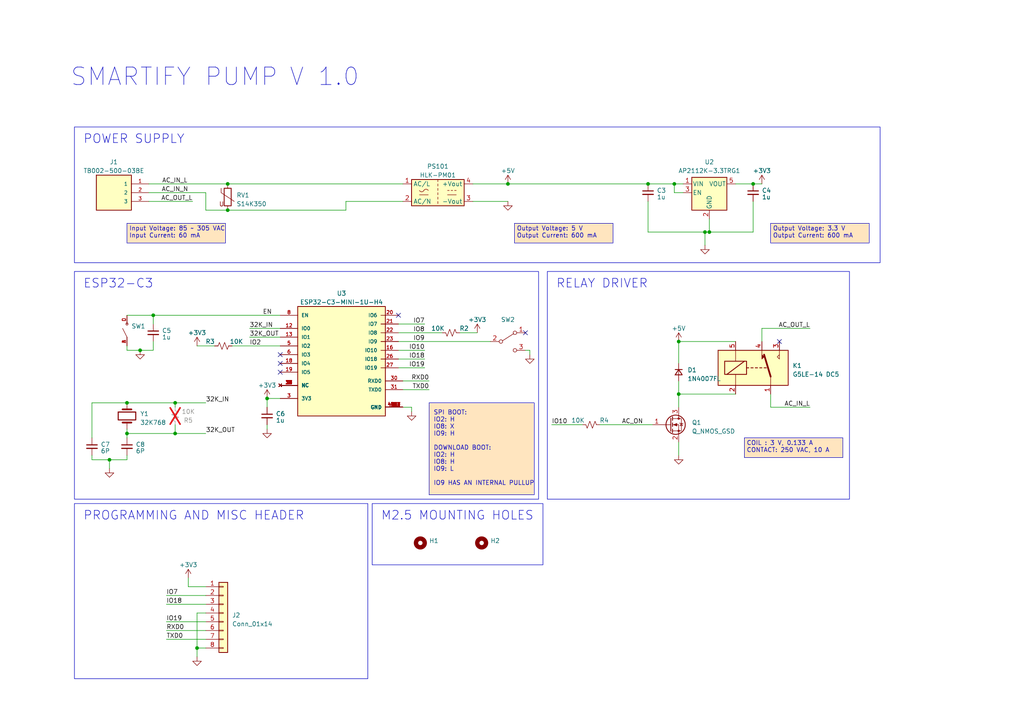
<source format=kicad_sch>
(kicad_sch (version 20230121) (generator eeschema)

  (uuid 4f73c141-6690-409d-8a80-98494fc86b4a)

  (paper "A4")

  (title_block
    (title "SMARTIFY PUMP")
    (date "2023-08-19")
    (rev "1")
    (comment 1 "BY: KADHEM ALABDULMUHSIN")
    (comment 2 "KM ACADEMY")
  )

  (lib_symbols
    (symbol "Connector_Generic:Conn_01x08" (pin_names (offset 1.016) hide) (in_bom yes) (on_board yes)
      (property "Reference" "J" (at 0 10.16 0)
        (effects (font (size 1.27 1.27)))
      )
      (property "Value" "Conn_01x08" (at 0 -12.7 0)
        (effects (font (size 1.27 1.27)))
      )
      (property "Footprint" "" (at 0 0 0)
        (effects (font (size 1.27 1.27)) hide)
      )
      (property "Datasheet" "~" (at 0 0 0)
        (effects (font (size 1.27 1.27)) hide)
      )
      (property "ki_keywords" "connector" (at 0 0 0)
        (effects (font (size 1.27 1.27)) hide)
      )
      (property "ki_description" "Generic connector, single row, 01x08, script generated (kicad-library-utils/schlib/autogen/connector/)" (at 0 0 0)
        (effects (font (size 1.27 1.27)) hide)
      )
      (property "ki_fp_filters" "Connector*:*_1x??_*" (at 0 0 0)
        (effects (font (size 1.27 1.27)) hide)
      )
      (symbol "Conn_01x08_1_1"
        (rectangle (start -1.27 -10.033) (end 0 -10.287)
          (stroke (width 0.1524) (type default))
          (fill (type none))
        )
        (rectangle (start -1.27 -7.493) (end 0 -7.747)
          (stroke (width 0.1524) (type default))
          (fill (type none))
        )
        (rectangle (start -1.27 -4.953) (end 0 -5.207)
          (stroke (width 0.1524) (type default))
          (fill (type none))
        )
        (rectangle (start -1.27 -2.413) (end 0 -2.667)
          (stroke (width 0.1524) (type default))
          (fill (type none))
        )
        (rectangle (start -1.27 0.127) (end 0 -0.127)
          (stroke (width 0.1524) (type default))
          (fill (type none))
        )
        (rectangle (start -1.27 2.667) (end 0 2.413)
          (stroke (width 0.1524) (type default))
          (fill (type none))
        )
        (rectangle (start -1.27 5.207) (end 0 4.953)
          (stroke (width 0.1524) (type default))
          (fill (type none))
        )
        (rectangle (start -1.27 7.747) (end 0 7.493)
          (stroke (width 0.1524) (type default))
          (fill (type none))
        )
        (rectangle (start -1.27 8.89) (end 1.27 -11.43)
          (stroke (width 0.254) (type default))
          (fill (type background))
        )
        (pin passive line (at -5.08 7.62 0) (length 3.81)
          (name "Pin_1" (effects (font (size 1.27 1.27))))
          (number "1" (effects (font (size 1.27 1.27))))
        )
        (pin passive line (at -5.08 5.08 0) (length 3.81)
          (name "Pin_2" (effects (font (size 1.27 1.27))))
          (number "2" (effects (font (size 1.27 1.27))))
        )
        (pin passive line (at -5.08 2.54 0) (length 3.81)
          (name "Pin_3" (effects (font (size 1.27 1.27))))
          (number "3" (effects (font (size 1.27 1.27))))
        )
        (pin passive line (at -5.08 0 0) (length 3.81)
          (name "Pin_4" (effects (font (size 1.27 1.27))))
          (number "4" (effects (font (size 1.27 1.27))))
        )
        (pin passive line (at -5.08 -2.54 0) (length 3.81)
          (name "Pin_5" (effects (font (size 1.27 1.27))))
          (number "5" (effects (font (size 1.27 1.27))))
        )
        (pin passive line (at -5.08 -5.08 0) (length 3.81)
          (name "Pin_6" (effects (font (size 1.27 1.27))))
          (number "6" (effects (font (size 1.27 1.27))))
        )
        (pin passive line (at -5.08 -7.62 0) (length 3.81)
          (name "Pin_7" (effects (font (size 1.27 1.27))))
          (number "7" (effects (font (size 1.27 1.27))))
        )
        (pin passive line (at -5.08 -10.16 0) (length 3.81)
          (name "Pin_8" (effects (font (size 1.27 1.27))))
          (number "8" (effects (font (size 1.27 1.27))))
        )
      )
    )
    (symbol "Converter_ACDC:HLK-PM01" (in_bom yes) (on_board yes)
      (property "Reference" "PS" (at 0 5.08 0)
        (effects (font (size 1.27 1.27)))
      )
      (property "Value" "HLK-PM01" (at 0 -5.08 0)
        (effects (font (size 1.27 1.27)))
      )
      (property "Footprint" "Converter_ACDC:Converter_ACDC_HiLink_HLK-PMxx" (at 0 -7.62 0)
        (effects (font (size 1.27 1.27)) hide)
      )
      (property "Datasheet" "http://www.hlktech.net/product_detail.php?ProId=54" (at 10.16 -8.89 0)
        (effects (font (size 1.27 1.27)) hide)
      )
      (property "ki_keywords" "AC/DC module power supply" (at 0 0 0)
        (effects (font (size 1.27 1.27)) hide)
      )
      (property "ki_description" "Compact AC/DC board mount power module 3W 5V" (at 0 0 0)
        (effects (font (size 1.27 1.27)) hide)
      )
      (property "ki_fp_filters" "Converter*ACDC*HiLink*HLK?PM*" (at 0 0 0)
        (effects (font (size 1.27 1.27)) hide)
      )
      (symbol "HLK-PM01_0_1"
        (rectangle (start -7.62 3.81) (end 7.62 -3.81)
          (stroke (width 0.254) (type default))
          (fill (type background))
        )
        (arc (start -5.334 0.635) (mid -4.699 0.2495) (end -4.064 0.635)
          (stroke (width 0) (type default))
          (fill (type none))
        )
        (arc (start -2.794 0.635) (mid -3.429 1.0072) (end -4.064 0.635)
          (stroke (width 0) (type default))
          (fill (type none))
        )
        (polyline
          (pts
            (xy -5.334 -0.635)
            (xy -2.794 -0.635)
          )
          (stroke (width 0) (type default))
          (fill (type none))
        )
        (polyline
          (pts
            (xy 0 -2.54)
            (xy 0 -3.175)
          )
          (stroke (width 0) (type default))
          (fill (type none))
        )
        (polyline
          (pts
            (xy 0 -1.27)
            (xy 0 -1.905)
          )
          (stroke (width 0) (type default))
          (fill (type none))
        )
        (polyline
          (pts
            (xy 0 0)
            (xy 0 -0.635)
          )
          (stroke (width 0) (type default))
          (fill (type none))
        )
        (polyline
          (pts
            (xy 0 1.27)
            (xy 0 0.635)
          )
          (stroke (width 0) (type default))
          (fill (type none))
        )
        (polyline
          (pts
            (xy 0 2.54)
            (xy 0 1.905)
          )
          (stroke (width 0) (type default))
          (fill (type none))
        )
        (polyline
          (pts
            (xy 0 3.81)
            (xy 0 3.175)
          )
          (stroke (width 0) (type default))
          (fill (type none))
        )
        (polyline
          (pts
            (xy 2.794 -0.635)
            (xy 5.334 -0.635)
          )
          (stroke (width 0) (type default))
          (fill (type none))
        )
        (polyline
          (pts
            (xy 2.794 0.635)
            (xy 3.302 0.635)
          )
          (stroke (width 0) (type default))
          (fill (type none))
        )
        (polyline
          (pts
            (xy 3.81 0.635)
            (xy 4.318 0.635)
          )
          (stroke (width 0) (type default))
          (fill (type none))
        )
        (polyline
          (pts
            (xy 4.826 0.635)
            (xy 5.334 0.635)
          )
          (stroke (width 0) (type default))
          (fill (type none))
        )
      )
      (symbol "HLK-PM01_1_1"
        (pin power_in line (at -10.16 2.54 0) (length 2.54)
          (name "AC/L" (effects (font (size 1.27 1.27))))
          (number "1" (effects (font (size 1.27 1.27))))
        )
        (pin power_in line (at -10.16 -2.54 0) (length 2.54)
          (name "AC/N" (effects (font (size 1.27 1.27))))
          (number "2" (effects (font (size 1.27 1.27))))
        )
        (pin power_out line (at 10.16 -2.54 180) (length 2.54)
          (name "-Vout" (effects (font (size 1.27 1.27))))
          (number "3" (effects (font (size 1.27 1.27))))
        )
        (pin power_out line (at 10.16 2.54 180) (length 2.54)
          (name "+Vout" (effects (font (size 1.27 1.27))))
          (number "4" (effects (font (size 1.27 1.27))))
        )
      )
    )
    (symbol "Device:C_Small" (pin_numbers hide) (pin_names (offset 0.254) hide) (in_bom yes) (on_board yes)
      (property "Reference" "C" (at 0.254 1.778 0)
        (effects (font (size 1.27 1.27)) (justify left))
      )
      (property "Value" "C_Small" (at 0.254 -2.032 0)
        (effects (font (size 1.27 1.27)) (justify left))
      )
      (property "Footprint" "" (at 0 0 0)
        (effects (font (size 1.27 1.27)) hide)
      )
      (property "Datasheet" "~" (at 0 0 0)
        (effects (font (size 1.27 1.27)) hide)
      )
      (property "ki_keywords" "capacitor cap" (at 0 0 0)
        (effects (font (size 1.27 1.27)) hide)
      )
      (property "ki_description" "Unpolarized capacitor, small symbol" (at 0 0 0)
        (effects (font (size 1.27 1.27)) hide)
      )
      (property "ki_fp_filters" "C_*" (at 0 0 0)
        (effects (font (size 1.27 1.27)) hide)
      )
      (symbol "C_Small_0_1"
        (polyline
          (pts
            (xy -1.524 -0.508)
            (xy 1.524 -0.508)
          )
          (stroke (width 0.3302) (type default))
          (fill (type none))
        )
        (polyline
          (pts
            (xy -1.524 0.508)
            (xy 1.524 0.508)
          )
          (stroke (width 0.3048) (type default))
          (fill (type none))
        )
      )
      (symbol "C_Small_1_1"
        (pin passive line (at 0 2.54 270) (length 2.032)
          (name "~" (effects (font (size 1.27 1.27))))
          (number "1" (effects (font (size 1.27 1.27))))
        )
        (pin passive line (at 0 -2.54 90) (length 2.032)
          (name "~" (effects (font (size 1.27 1.27))))
          (number "2" (effects (font (size 1.27 1.27))))
        )
      )
    )
    (symbol "Device:Crystal" (pin_numbers hide) (pin_names (offset 1.016) hide) (in_bom yes) (on_board yes)
      (property "Reference" "Y" (at 0 3.81 0)
        (effects (font (size 1.27 1.27)))
      )
      (property "Value" "Crystal" (at 0 -3.81 0)
        (effects (font (size 1.27 1.27)))
      )
      (property "Footprint" "" (at 0 0 0)
        (effects (font (size 1.27 1.27)) hide)
      )
      (property "Datasheet" "~" (at 0 0 0)
        (effects (font (size 1.27 1.27)) hide)
      )
      (property "ki_keywords" "quartz ceramic resonator oscillator" (at 0 0 0)
        (effects (font (size 1.27 1.27)) hide)
      )
      (property "ki_description" "Two pin crystal" (at 0 0 0)
        (effects (font (size 1.27 1.27)) hide)
      )
      (property "ki_fp_filters" "Crystal*" (at 0 0 0)
        (effects (font (size 1.27 1.27)) hide)
      )
      (symbol "Crystal_0_1"
        (rectangle (start -1.143 2.54) (end 1.143 -2.54)
          (stroke (width 0.3048) (type default))
          (fill (type none))
        )
        (polyline
          (pts
            (xy -2.54 0)
            (xy -1.905 0)
          )
          (stroke (width 0) (type default))
          (fill (type none))
        )
        (polyline
          (pts
            (xy -1.905 -1.27)
            (xy -1.905 1.27)
          )
          (stroke (width 0.508) (type default))
          (fill (type none))
        )
        (polyline
          (pts
            (xy 1.905 -1.27)
            (xy 1.905 1.27)
          )
          (stroke (width 0.508) (type default))
          (fill (type none))
        )
        (polyline
          (pts
            (xy 2.54 0)
            (xy 1.905 0)
          )
          (stroke (width 0) (type default))
          (fill (type none))
        )
      )
      (symbol "Crystal_1_1"
        (pin passive line (at -3.81 0 0) (length 1.27)
          (name "1" (effects (font (size 1.27 1.27))))
          (number "1" (effects (font (size 1.27 1.27))))
        )
        (pin passive line (at 3.81 0 180) (length 1.27)
          (name "2" (effects (font (size 1.27 1.27))))
          (number "2" (effects (font (size 1.27 1.27))))
        )
      )
    )
    (symbol "Device:D_Small" (pin_numbers hide) (pin_names (offset 0.254) hide) (in_bom yes) (on_board yes)
      (property "Reference" "D" (at -1.27 2.032 0)
        (effects (font (size 1.27 1.27)) (justify left))
      )
      (property "Value" "D_Small" (at -3.81 -2.032 0)
        (effects (font (size 1.27 1.27)) (justify left))
      )
      (property "Footprint" "" (at 0 0 90)
        (effects (font (size 1.27 1.27)) hide)
      )
      (property "Datasheet" "~" (at 0 0 90)
        (effects (font (size 1.27 1.27)) hide)
      )
      (property "Sim.Device" "D" (at 0 0 0)
        (effects (font (size 1.27 1.27)) hide)
      )
      (property "Sim.Pins" "1=K 2=A" (at 0 0 0)
        (effects (font (size 1.27 1.27)) hide)
      )
      (property "ki_keywords" "diode" (at 0 0 0)
        (effects (font (size 1.27 1.27)) hide)
      )
      (property "ki_description" "Diode, small symbol" (at 0 0 0)
        (effects (font (size 1.27 1.27)) hide)
      )
      (property "ki_fp_filters" "TO-???* *_Diode_* *SingleDiode* D_*" (at 0 0 0)
        (effects (font (size 1.27 1.27)) hide)
      )
      (symbol "D_Small_0_1"
        (polyline
          (pts
            (xy -0.762 -1.016)
            (xy -0.762 1.016)
          )
          (stroke (width 0.254) (type default))
          (fill (type none))
        )
        (polyline
          (pts
            (xy -0.762 0)
            (xy 0.762 0)
          )
          (stroke (width 0) (type default))
          (fill (type none))
        )
        (polyline
          (pts
            (xy 0.762 -1.016)
            (xy -0.762 0)
            (xy 0.762 1.016)
            (xy 0.762 -1.016)
          )
          (stroke (width 0.254) (type default))
          (fill (type none))
        )
      )
      (symbol "D_Small_1_1"
        (pin passive line (at -2.54 0 0) (length 1.778)
          (name "K" (effects (font (size 1.27 1.27))))
          (number "1" (effects (font (size 1.27 1.27))))
        )
        (pin passive line (at 2.54 0 180) (length 1.778)
          (name "A" (effects (font (size 1.27 1.27))))
          (number "2" (effects (font (size 1.27 1.27))))
        )
      )
    )
    (symbol "Device:Q_NMOS_GSD" (pin_names (offset 0) hide) (in_bom yes) (on_board yes)
      (property "Reference" "Q" (at 5.08 1.27 0)
        (effects (font (size 1.27 1.27)) (justify left))
      )
      (property "Value" "Q_NMOS_GSD" (at 5.08 -1.27 0)
        (effects (font (size 1.27 1.27)) (justify left))
      )
      (property "Footprint" "" (at 5.08 2.54 0)
        (effects (font (size 1.27 1.27)) hide)
      )
      (property "Datasheet" "~" (at 0 0 0)
        (effects (font (size 1.27 1.27)) hide)
      )
      (property "ki_keywords" "transistor NMOS N-MOS N-MOSFET" (at 0 0 0)
        (effects (font (size 1.27 1.27)) hide)
      )
      (property "ki_description" "N-MOSFET transistor, gate/source/drain" (at 0 0 0)
        (effects (font (size 1.27 1.27)) hide)
      )
      (symbol "Q_NMOS_GSD_0_1"
        (polyline
          (pts
            (xy 0.254 0)
            (xy -2.54 0)
          )
          (stroke (width 0) (type default))
          (fill (type none))
        )
        (polyline
          (pts
            (xy 0.254 1.905)
            (xy 0.254 -1.905)
          )
          (stroke (width 0.254) (type default))
          (fill (type none))
        )
        (polyline
          (pts
            (xy 0.762 -1.27)
            (xy 0.762 -2.286)
          )
          (stroke (width 0.254) (type default))
          (fill (type none))
        )
        (polyline
          (pts
            (xy 0.762 0.508)
            (xy 0.762 -0.508)
          )
          (stroke (width 0.254) (type default))
          (fill (type none))
        )
        (polyline
          (pts
            (xy 0.762 2.286)
            (xy 0.762 1.27)
          )
          (stroke (width 0.254) (type default))
          (fill (type none))
        )
        (polyline
          (pts
            (xy 2.54 2.54)
            (xy 2.54 1.778)
          )
          (stroke (width 0) (type default))
          (fill (type none))
        )
        (polyline
          (pts
            (xy 2.54 -2.54)
            (xy 2.54 0)
            (xy 0.762 0)
          )
          (stroke (width 0) (type default))
          (fill (type none))
        )
        (polyline
          (pts
            (xy 0.762 -1.778)
            (xy 3.302 -1.778)
            (xy 3.302 1.778)
            (xy 0.762 1.778)
          )
          (stroke (width 0) (type default))
          (fill (type none))
        )
        (polyline
          (pts
            (xy 1.016 0)
            (xy 2.032 0.381)
            (xy 2.032 -0.381)
            (xy 1.016 0)
          )
          (stroke (width 0) (type default))
          (fill (type outline))
        )
        (polyline
          (pts
            (xy 2.794 0.508)
            (xy 2.921 0.381)
            (xy 3.683 0.381)
            (xy 3.81 0.254)
          )
          (stroke (width 0) (type default))
          (fill (type none))
        )
        (polyline
          (pts
            (xy 3.302 0.381)
            (xy 2.921 -0.254)
            (xy 3.683 -0.254)
            (xy 3.302 0.381)
          )
          (stroke (width 0) (type default))
          (fill (type none))
        )
        (circle (center 1.651 0) (radius 2.794)
          (stroke (width 0.254) (type default))
          (fill (type none))
        )
        (circle (center 2.54 -1.778) (radius 0.254)
          (stroke (width 0) (type default))
          (fill (type outline))
        )
        (circle (center 2.54 1.778) (radius 0.254)
          (stroke (width 0) (type default))
          (fill (type outline))
        )
      )
      (symbol "Q_NMOS_GSD_1_1"
        (pin input line (at -5.08 0 0) (length 2.54)
          (name "G" (effects (font (size 1.27 1.27))))
          (number "1" (effects (font (size 1.27 1.27))))
        )
        (pin passive line (at 2.54 -5.08 90) (length 2.54)
          (name "S" (effects (font (size 1.27 1.27))))
          (number "2" (effects (font (size 1.27 1.27))))
        )
        (pin passive line (at 2.54 5.08 270) (length 2.54)
          (name "D" (effects (font (size 1.27 1.27))))
          (number "3" (effects (font (size 1.27 1.27))))
        )
      )
    )
    (symbol "Device:R_Small_US" (pin_numbers hide) (pin_names (offset 0.254) hide) (in_bom yes) (on_board yes)
      (property "Reference" "R" (at 0.762 0.508 0)
        (effects (font (size 1.27 1.27)) (justify left))
      )
      (property "Value" "R_Small_US" (at 0.762 -1.016 0)
        (effects (font (size 1.27 1.27)) (justify left))
      )
      (property "Footprint" "" (at 0 0 0)
        (effects (font (size 1.27 1.27)) hide)
      )
      (property "Datasheet" "~" (at 0 0 0)
        (effects (font (size 1.27 1.27)) hide)
      )
      (property "ki_keywords" "r resistor" (at 0 0 0)
        (effects (font (size 1.27 1.27)) hide)
      )
      (property "ki_description" "Resistor, small US symbol" (at 0 0 0)
        (effects (font (size 1.27 1.27)) hide)
      )
      (property "ki_fp_filters" "R_*" (at 0 0 0)
        (effects (font (size 1.27 1.27)) hide)
      )
      (symbol "R_Small_US_1_1"
        (polyline
          (pts
            (xy 0 0)
            (xy 1.016 -0.381)
            (xy 0 -0.762)
            (xy -1.016 -1.143)
            (xy 0 -1.524)
          )
          (stroke (width 0) (type default))
          (fill (type none))
        )
        (polyline
          (pts
            (xy 0 1.524)
            (xy 1.016 1.143)
            (xy 0 0.762)
            (xy -1.016 0.381)
            (xy 0 0)
          )
          (stroke (width 0) (type default))
          (fill (type none))
        )
        (pin passive line (at 0 2.54 270) (length 1.016)
          (name "~" (effects (font (size 1.27 1.27))))
          (number "1" (effects (font (size 1.27 1.27))))
        )
        (pin passive line (at 0 -2.54 90) (length 1.016)
          (name "~" (effects (font (size 1.27 1.27))))
          (number "2" (effects (font (size 1.27 1.27))))
        )
      )
    )
    (symbol "Device:Varistor" (pin_numbers hide) (pin_names (offset 0)) (in_bom yes) (on_board yes)
      (property "Reference" "RV" (at 3.175 0 90)
        (effects (font (size 1.27 1.27)))
      )
      (property "Value" "Varistor" (at -3.175 0 90)
        (effects (font (size 1.27 1.27)))
      )
      (property "Footprint" "" (at -1.778 0 90)
        (effects (font (size 1.27 1.27)) hide)
      )
      (property "Datasheet" "~" (at 0 0 0)
        (effects (font (size 1.27 1.27)) hide)
      )
      (property "ki_keywords" "VDR resistance" (at 0 0 0)
        (effects (font (size 1.27 1.27)) hide)
      )
      (property "ki_description" "Voltage dependent resistor" (at 0 0 0)
        (effects (font (size 1.27 1.27)) hide)
      )
      (property "ki_fp_filters" "RV_* Varistor*" (at 0 0 0)
        (effects (font (size 1.27 1.27)) hide)
      )
      (symbol "Varistor_0_0"
        (text "U" (at -1.778 -2.032 0)
          (effects (font (size 1.27 1.27)))
        )
      )
      (symbol "Varistor_0_1"
        (rectangle (start -1.016 -2.54) (end 1.016 2.54)
          (stroke (width 0.254) (type default))
          (fill (type none))
        )
        (polyline
          (pts
            (xy -1.905 2.54)
            (xy -1.905 1.27)
            (xy 1.905 -1.27)
          )
          (stroke (width 0) (type default))
          (fill (type none))
        )
      )
      (symbol "Varistor_1_1"
        (pin passive line (at 0 3.81 270) (length 1.27)
          (name "~" (effects (font (size 1.27 1.27))))
          (number "1" (effects (font (size 1.27 1.27))))
        )
        (pin passive line (at 0 -3.81 90) (length 1.27)
          (name "~" (effects (font (size 1.27 1.27))))
          (number "2" (effects (font (size 1.27 1.27))))
        )
      )
    )
    (symbol "Interesting Parts:ESP32-C3-MINI-1U-N4" (pin_names (offset 1.016)) (in_bom yes) (on_board yes)
      (property "Reference" "U" (at -12.7 16.51 0)
        (effects (font (size 1.27 1.27)) (justify left bottom))
      )
      (property "Value" "ESP32-C3-MINI-1U-N4" (at -12.7 -21.59 0)
        (effects (font (size 1.27 1.27)) (justify left bottom))
      )
      (property "Footprint" "XCVR_ESP32-C3-MINI-1U-N4" (at 0 0 0)
        (effects (font (size 1.27 1.27)) (justify bottom) hide)
      )
      (property "Datasheet" "" (at 0 0 0)
        (effects (font (size 1.27 1.27)) hide)
      )
      (property "PARTREV" "v1.0" (at 0 0 0)
        (effects (font (size 1.27 1.27)) (justify bottom) hide)
      )
      (property "MANUFACTURER" "Espressif Systems" (at 0 0 0)
        (effects (font (size 1.27 1.27)) (justify bottom) hide)
      )
      (property "MAXIMUM_PACKAGE_HEIGHT" "2.55mm" (at 0 0 0)
        (effects (font (size 1.27 1.27)) (justify bottom) hide)
      )
      (property "STANDARD" "Manufacturer Recommendations" (at 0 5.08 0)
        (effects (font (size 1.27 1.27)) (justify bottom) hide)
      )
      (symbol "ESP32-C3-MINI-1U-N4_0_0"
        (rectangle (start -12.7 13.97) (end 12.7 -17.78)
          (stroke (width 0.254) (type default))
          (fill (type background))
        )
        (pin power_in line (at 17.78 -15.24 180) (length 5.08)
          (name "GND" (effects (font (size 1.016 1.016))))
          (number "1" (effects (font (size 1.016 1.016))))
        )
        (pin no_connect line (at -17.78 -8.89 0) (length 5.08)
          (name "NC" (effects (font (size 1.016 1.016))))
          (number "10" (effects (font (size 1.016 1.016))))
        )
        (pin power_in line (at 17.78 -15.24 180) (length 5.08)
          (name "GND" (effects (font (size 1.016 1.016))))
          (number "11" (effects (font (size 1.016 1.016))))
        )
        (pin bidirectional line (at -17.78 7.62 0) (length 5.08)
          (name "IO0" (effects (font (size 1.016 1.016))))
          (number "12" (effects (font (size 1.016 1.016))))
        )
        (pin bidirectional line (at -17.78 5.08 0) (length 5.08)
          (name "IO1" (effects (font (size 1.016 1.016))))
          (number "13" (effects (font (size 1.016 1.016))))
        )
        (pin power_in line (at 17.78 -15.24 180) (length 5.08)
          (name "GND" (effects (font (size 1.016 1.016))))
          (number "14" (effects (font (size 1.016 1.016))))
        )
        (pin no_connect line (at -17.78 -8.89 0) (length 5.08)
          (name "NC" (effects (font (size 1.016 1.016))))
          (number "15" (effects (font (size 1.016 1.016))))
        )
        (pin bidirectional line (at 16.51 1.27 180) (length 5.08)
          (name "IO10" (effects (font (size 1.016 1.016))))
          (number "16" (effects (font (size 1.016 1.016))))
        )
        (pin no_connect line (at -17.78 -8.89 0) (length 5.08)
          (name "NC" (effects (font (size 1.016 1.016))))
          (number "17" (effects (font (size 1.016 1.016))))
        )
        (pin bidirectional line (at -17.78 -2.54 0) (length 5.08)
          (name "IO4" (effects (font (size 1.016 1.016))))
          (number "18" (effects (font (size 1.016 1.016))))
        )
        (pin bidirectional line (at -17.78 -5.08 0) (length 5.08)
          (name "IO5" (effects (font (size 1.016 1.016))))
          (number "19" (effects (font (size 1.016 1.016))))
        )
        (pin power_in line (at 17.78 -15.24 180) (length 5.08)
          (name "GND" (effects (font (size 1.016 1.016))))
          (number "2" (effects (font (size 1.016 1.016))))
        )
        (pin bidirectional line (at 16.51 11.43 180) (length 5.08)
          (name "IO6" (effects (font (size 1.016 1.016))))
          (number "20" (effects (font (size 1.016 1.016))))
        )
        (pin bidirectional line (at 16.51 8.89 180) (length 5.08)
          (name "IO7" (effects (font (size 1.016 1.016))))
          (number "21" (effects (font (size 1.016 1.016))))
        )
        (pin bidirectional line (at 16.51 6.35 180) (length 5.08)
          (name "IO8" (effects (font (size 1.016 1.016))))
          (number "22" (effects (font (size 1.016 1.016))))
        )
        (pin bidirectional line (at 16.51 3.81 180) (length 5.08)
          (name "IO9" (effects (font (size 1.016 1.016))))
          (number "23" (effects (font (size 1.016 1.016))))
        )
        (pin no_connect line (at -17.78 -8.89 0) (length 5.08)
          (name "NC" (effects (font (size 1.016 1.016))))
          (number "24" (effects (font (size 1.016 1.016))))
        )
        (pin no_connect line (at -17.78 -8.89 0) (length 5.08)
          (name "NC" (effects (font (size 1.016 1.016))))
          (number "25" (effects (font (size 1.016 1.016))))
        )
        (pin bidirectional line (at 16.51 -1.27 180) (length 5.08)
          (name "IO18" (effects (font (size 1.016 1.016))))
          (number "26" (effects (font (size 1.016 1.016))))
        )
        (pin bidirectional line (at 16.51 -3.81 180) (length 5.08)
          (name "IO19" (effects (font (size 1.016 1.016))))
          (number "27" (effects (font (size 1.016 1.016))))
        )
        (pin no_connect line (at -17.78 -8.89 0) (length 5.08)
          (name "NC" (effects (font (size 1.016 1.016))))
          (number "28" (effects (font (size 1.016 1.016))))
        )
        (pin no_connect line (at -17.78 -8.89 0) (length 5.08)
          (name "NC" (effects (font (size 1.016 1.016))))
          (number "29" (effects (font (size 1.016 1.016))))
        )
        (pin power_in line (at -17.78 -12.7 0) (length 5.08)
          (name "3V3" (effects (font (size 1.016 1.016))))
          (number "3" (effects (font (size 1.016 1.016))))
        )
        (pin bidirectional line (at 17.78 -7.62 180) (length 5.08)
          (name "RXD0" (effects (font (size 1.016 1.016))))
          (number "30" (effects (font (size 1.016 1.016))))
        )
        (pin bidirectional line (at 17.78 -10.16 180) (length 5.08)
          (name "TXD0" (effects (font (size 1.016 1.016))))
          (number "31" (effects (font (size 1.016 1.016))))
        )
        (pin no_connect line (at -17.78 -8.89 0) (length 5.08)
          (name "NC" (effects (font (size 1.016 1.016))))
          (number "32" (effects (font (size 1.016 1.016))))
        )
        (pin no_connect line (at -17.78 -8.89 0) (length 5.08)
          (name "NC" (effects (font (size 1.016 1.016))))
          (number "33" (effects (font (size 1.016 1.016))))
        )
        (pin no_connect line (at -17.78 -8.89 0) (length 5.08)
          (name "NC" (effects (font (size 1.016 1.016))))
          (number "34" (effects (font (size 1.016 1.016))))
        )
        (pin no_connect line (at -17.78 -8.89 0) (length 5.08)
          (name "NC" (effects (font (size 1.016 1.016))))
          (number "35" (effects (font (size 1.016 1.016))))
        )
        (pin power_in line (at 17.78 -15.24 180) (length 5.08)
          (name "GND" (effects (font (size 1.016 1.016))))
          (number "36" (effects (font (size 1.016 1.016))))
        )
        (pin power_in line (at 17.78 -15.24 180) (length 5.08)
          (name "GND" (effects (font (size 1.016 1.016))))
          (number "37" (effects (font (size 1.016 1.016))))
        )
        (pin power_in line (at 17.78 -15.24 180) (length 5.08)
          (name "GND" (effects (font (size 1.016 1.016))))
          (number "38" (effects (font (size 1.016 1.016))))
        )
        (pin power_in line (at 17.78 -15.24 180) (length 5.08)
          (name "GND" (effects (font (size 1.016 1.016))))
          (number "39" (effects (font (size 1.016 1.016))))
        )
        (pin no_connect line (at -17.78 -8.89 0) (length 5.08)
          (name "NC" (effects (font (size 1.016 1.016))))
          (number "4" (effects (font (size 1.016 1.016))))
        )
        (pin power_in line (at 17.78 -15.24 180) (length 5.08)
          (name "GND" (effects (font (size 1.016 1.016))))
          (number "40" (effects (font (size 1.016 1.016))))
        )
        (pin power_in line (at 17.78 -15.24 180) (length 5.08)
          (name "GND" (effects (font (size 1.016 1.016))))
          (number "41" (effects (font (size 1.016 1.016))))
        )
        (pin power_in line (at 17.78 -15.24 180) (length 5.08)
          (name "GND" (effects (font (size 1.016 1.016))))
          (number "42" (effects (font (size 1.016 1.016))))
        )
        (pin power_in line (at 17.78 -15.24 180) (length 5.08)
          (name "GND" (effects (font (size 1.016 1.016))))
          (number "43" (effects (font (size 1.016 1.016))))
        )
        (pin power_in line (at 17.78 -15.24 180) (length 5.08)
          (name "GND" (effects (font (size 1.016 1.016))))
          (number "44" (effects (font (size 1.016 1.016))))
        )
        (pin power_in line (at 17.78 -15.24 180) (length 5.08)
          (name "GND" (effects (font (size 1.016 1.016))))
          (number "45" (effects (font (size 1.016 1.016))))
        )
        (pin power_in line (at 17.78 -15.24 180) (length 5.08)
          (name "GND" (effects (font (size 1.016 1.016))))
          (number "46" (effects (font (size 1.016 1.016))))
        )
        (pin power_in line (at 17.78 -15.24 180) (length 5.08)
          (name "GND" (effects (font (size 1.016 1.016))))
          (number "47" (effects (font (size 1.016 1.016))))
        )
        (pin power_in line (at 17.78 -15.24 180) (length 5.08)
          (name "GND" (effects (font (size 1.016 1.016))))
          (number "48" (effects (font (size 1.016 1.016))))
        )
        (pin power_in line (at 17.78 -15.24 180) (length 5.08)
          (name "GND" (effects (font (size 1.016 1.016))))
          (number "49_1" (effects (font (size 1.016 1.016))))
        )
        (pin power_in line (at 17.78 -15.24 180) (length 5.08)
          (name "GND" (effects (font (size 1.016 1.016))))
          (number "49_2" (effects (font (size 1.016 1.016))))
        )
        (pin power_in line (at 17.78 -15.24 180) (length 5.08)
          (name "GND" (effects (font (size 1.016 1.016))))
          (number "49_3" (effects (font (size 1.016 1.016))))
        )
        (pin power_in line (at 17.78 -15.24 180) (length 5.08)
          (name "GND" (effects (font (size 1.016 1.016))))
          (number "49_4" (effects (font (size 1.016 1.016))))
        )
        (pin power_in line (at 17.78 -15.24 180) (length 5.08)
          (name "GND" (effects (font (size 1.016 1.016))))
          (number "49_5" (effects (font (size 1.016 1.016))))
        )
        (pin power_in line (at 17.78 -15.24 180) (length 5.08)
          (name "GND" (effects (font (size 1.016 1.016))))
          (number "49_6" (effects (font (size 1.016 1.016))))
        )
        (pin power_in line (at 17.78 -15.24 180) (length 5.08)
          (name "GND" (effects (font (size 1.016 1.016))))
          (number "49_7" (effects (font (size 1.016 1.016))))
        )
        (pin power_in line (at 17.78 -15.24 180) (length 5.08)
          (name "GND" (effects (font (size 1.016 1.016))))
          (number "49_8" (effects (font (size 1.016 1.016))))
        )
        (pin power_in line (at 17.78 -15.24 180) (length 5.08)
          (name "GND" (effects (font (size 1.016 1.016))))
          (number "49_9" (effects (font (size 1.016 1.016))))
        )
        (pin bidirectional line (at -17.78 2.54 0) (length 5.08)
          (name "IO2" (effects (font (size 1.016 1.016))))
          (number "5" (effects (font (size 1.016 1.016))))
        )
        (pin power_in line (at 17.78 -15.24 180) (length 5.08)
          (name "GND" (effects (font (size 1.016 1.016))))
          (number "50" (effects (font (size 1.016 1.016))))
        )
        (pin power_in line (at 17.78 -15.24 180) (length 5.08)
          (name "GND" (effects (font (size 1.016 1.016))))
          (number "51" (effects (font (size 1.016 1.016))))
        )
        (pin power_in line (at 17.78 -15.24 180) (length 5.08)
          (name "GND" (effects (font (size 1.016 1.016))))
          (number "52" (effects (font (size 1.016 1.016))))
        )
        (pin power_in line (at 17.78 -15.24 180) (length 5.08)
          (name "GND" (effects (font (size 1.016 1.016))))
          (number "53" (effects (font (size 1.016 1.016))))
        )
        (pin bidirectional line (at -17.78 0 0) (length 5.08)
          (name "IO3" (effects (font (size 1.016 1.016))))
          (number "6" (effects (font (size 1.016 1.016))))
        )
        (pin no_connect line (at -17.78 -8.89 0) (length 5.08)
          (name "NC" (effects (font (size 1.016 1.016))))
          (number "7" (effects (font (size 1.016 1.016))))
        )
        (pin input line (at -17.78 11.43 0) (length 5.08)
          (name "EN" (effects (font (size 1.016 1.016))))
          (number "8" (effects (font (size 1.016 1.016))))
        )
        (pin no_connect line (at -17.78 -8.89 0) (length 5.08)
          (name "NC" (effects (font (size 1.016 1.016))))
          (number "9" (effects (font (size 1.016 1.016))))
        )
      )
    )
    (symbol "Mechanical:MountingHole" (pin_names (offset 1.016)) (in_bom yes) (on_board yes)
      (property "Reference" "H" (at 0 5.08 0)
        (effects (font (size 1.27 1.27)))
      )
      (property "Value" "MountingHole" (at 0 3.175 0)
        (effects (font (size 1.27 1.27)))
      )
      (property "Footprint" "" (at 0 0 0)
        (effects (font (size 1.27 1.27)) hide)
      )
      (property "Datasheet" "~" (at 0 0 0)
        (effects (font (size 1.27 1.27)) hide)
      )
      (property "ki_keywords" "mounting hole" (at 0 0 0)
        (effects (font (size 1.27 1.27)) hide)
      )
      (property "ki_description" "Mounting Hole without connection" (at 0 0 0)
        (effects (font (size 1.27 1.27)) hide)
      )
      (property "ki_fp_filters" "MountingHole*" (at 0 0 0)
        (effects (font (size 1.27 1.27)) hide)
      )
      (symbol "MountingHole_0_1"
        (circle (center 0 0) (radius 1.27)
          (stroke (width 1.27) (type default))
          (fill (type none))
        )
      )
    )
    (symbol "PARTS:TB002-500-03BE" (pin_names (offset 1.016)) (in_bom yes) (on_board yes)
      (property "Reference" "J" (at -5.58 5.08 0)
        (effects (font (size 1.27 1.27)) (justify left bottom))
      )
      (property "Value" "TB002-500-03BE" (at -5.08 -7.62 0)
        (effects (font (size 1.27 1.27)) (justify left bottom))
      )
      (property "Footprint" "CUI_TB002-500-03BE" (at 0 7.62 0)
        (effects (font (size 1.27 1.27)) (justify bottom) hide)
      )
      (property "Datasheet" "" (at 0 0 0)
        (effects (font (size 1.27 1.27)) hide)
      )
      (property "MF" "CUI Devices" (at 0 7.62 0)
        (effects (font (size 1.27 1.27)) (justify bottom) hide)
      )
      (property "MP" "TB002-500-03BE" (at 0 7.62 0)
        (effects (font (size 1.27 1.27)) (justify bottom) hide)
      )
      (property "Description" "2~24 Poles, Screw Type, Horizontal, 5.0 Pitch, 22~12 (AWG), Terminal Block Connector" (at 0 7.62 0)
        (effects (font (size 1.27 1.27)) (justify bottom) hide)
      )
      (property "MANUFACTURER" "CUI" (at 0 7.62 0)
        (effects (font (size 1.27 1.27)) (justify bottom) hide)
      )
      (property "ki_description" "2~24 Poles, Screw Type, Horizontal, 5.0 Pitch, 22~12 (AWG), Terminal Block Connector" (at 0 0 0)
        (effects (font (size 1.27 1.27)) hide)
      )
      (symbol "TB002-500-03BE_0_0"
        (rectangle (start -5.08 -5.08) (end 5.08 5.08)
          (stroke (width 0.254) (type default))
          (fill (type background))
        )
        (pin passive line (at -10.16 2.54 0) (length 5.08)
          (name "1" (effects (font (size 1.016 1.016))))
          (number "1" (effects (font (size 1.016 1.016))))
        )
        (pin passive line (at -10.16 0 0) (length 5.08)
          (name "2" (effects (font (size 1.016 1.016))))
          (number "2" (effects (font (size 1.016 1.016))))
        )
        (pin passive line (at -10.16 -2.54 0) (length 5.08)
          (name "3" (effects (font (size 1.016 1.016))))
          (number "3" (effects (font (size 1.016 1.016))))
        )
      )
    )
    (symbol "PARTS:TS-1187A-B-A-B" (pin_names (offset 1.016)) (in_bom yes) (on_board yes)
      (property "Reference" "SW" (at -2.54 2.54 0)
        (effects (font (size 1.27 1.27)) (justify left bottom))
      )
      (property "Value" "TS-1187A-B-A-B" (at -2.54 -2.54 0)
        (effects (font (size 1.27 1.27)) (justify left top))
      )
      (property "Footprint" "SW_TS-1187A-B-A-B" (at 2.54 7.62 0)
        (effects (font (size 1.27 1.27)) (justify bottom) hide)
      )
      (property "Datasheet" "" (at 0 0 0)
        (effects (font (size 1.27 1.27)) hide)
      )
      (property "MANUFACTURER" "XKB Industrial Precision" (at 2.54 7.62 0)
        (effects (font (size 1.27 1.27)) (justify bottom) hide)
      )
      (property "MAXIMUM_PACKAGE_HEIGHT" "1.5mm" (at 0 7.62 0)
        (effects (font (size 1.27 1.27)) (justify bottom) hide)
      )
      (property "STANDARD" "Manufacturer Recommendations" (at 2.54 7.62 0)
        (effects (font (size 1.27 1.27)) (justify bottom) hide)
      )
      (property "PARTREV" "A0" (at 0 7.62 0)
        (effects (font (size 1.27 1.27)) (justify bottom) hide)
      )
      (symbol "TS-1187A-B-A-B_0_0"
        (polyline
          (pts
            (xy -2.54 0)
            (xy 0 1.27)
          )
          (stroke (width 0.1524) (type default))
          (fill (type none))
        )
        (circle (center 1.27 0) (radius 0.3302)
          (stroke (width 0.1524) (type default))
          (fill (type none))
        )
        (pin passive line (at -5.08 0 0) (length 2.54)
          (name "~" (effects (font (size 1.016 1.016))))
          (number "A" (effects (font (size 1.016 1.016))))
        )
        (pin passive line (at -5.08 0 0) (length 2.54)
          (name "~" (effects (font (size 1.016 1.016))))
          (number "B" (effects (font (size 1.016 1.016))))
        )
        (pin passive line (at 3.81 0 180) (length 2.54)
          (name "~" (effects (font (size 1.016 1.016))))
          (number "C" (effects (font (size 1.016 1.016))))
        )
        (pin passive line (at 3.81 0 180) (length 2.54)
          (name "~" (effects (font (size 1.016 1.016))))
          (number "D" (effects (font (size 1.016 1.016))))
        )
      )
    )
    (symbol "Regulator_Linear:AP2112K-3.3" (pin_names (offset 0.254)) (in_bom yes) (on_board yes)
      (property "Reference" "U" (at -5.08 5.715 0)
        (effects (font (size 1.27 1.27)) (justify left))
      )
      (property "Value" "AP2112K-3.3" (at 0 5.715 0)
        (effects (font (size 1.27 1.27)) (justify left))
      )
      (property "Footprint" "Package_TO_SOT_SMD:SOT-23-5" (at 0 8.255 0)
        (effects (font (size 1.27 1.27)) hide)
      )
      (property "Datasheet" "https://www.diodes.com/assets/Datasheets/AP2112.pdf" (at 0 2.54 0)
        (effects (font (size 1.27 1.27)) hide)
      )
      (property "ki_keywords" "linear regulator ldo fixed positive" (at 0 0 0)
        (effects (font (size 1.27 1.27)) hide)
      )
      (property "ki_description" "600mA low dropout linear regulator, with enable pin, 3.8V-6V input voltage range, 3.3V fixed positive output, SOT-23-5" (at 0 0 0)
        (effects (font (size 1.27 1.27)) hide)
      )
      (property "ki_fp_filters" "SOT?23?5*" (at 0 0 0)
        (effects (font (size 1.27 1.27)) hide)
      )
      (symbol "AP2112K-3.3_0_1"
        (rectangle (start -5.08 4.445) (end 5.08 -5.08)
          (stroke (width 0.254) (type default))
          (fill (type background))
        )
      )
      (symbol "AP2112K-3.3_1_1"
        (pin power_in line (at -7.62 2.54 0) (length 2.54)
          (name "VIN" (effects (font (size 1.27 1.27))))
          (number "1" (effects (font (size 1.27 1.27))))
        )
        (pin power_in line (at 0 -7.62 90) (length 2.54)
          (name "GND" (effects (font (size 1.27 1.27))))
          (number "2" (effects (font (size 1.27 1.27))))
        )
        (pin input line (at -7.62 0 0) (length 2.54)
          (name "EN" (effects (font (size 1.27 1.27))))
          (number "3" (effects (font (size 1.27 1.27))))
        )
        (pin no_connect line (at 5.08 0 180) (length 2.54) hide
          (name "NC" (effects (font (size 1.27 1.27))))
          (number "4" (effects (font (size 1.27 1.27))))
        )
        (pin power_out line (at 7.62 2.54 180) (length 2.54)
          (name "VOUT" (effects (font (size 1.27 1.27))))
          (number "5" (effects (font (size 1.27 1.27))))
        )
      )
    )
    (symbol "Relay:G5LE-1" (in_bom yes) (on_board yes)
      (property "Reference" "K" (at 11.43 3.81 0)
        (effects (font (size 1.27 1.27)) (justify left))
      )
      (property "Value" "G5LE-1" (at 11.43 1.27 0)
        (effects (font (size 1.27 1.27)) (justify left))
      )
      (property "Footprint" "Relay_THT:Relay_SPDT_Omron-G5LE-1" (at 11.43 -1.27 0)
        (effects (font (size 1.27 1.27)) (justify left) hide)
      )
      (property "Datasheet" "http://www.omron.com/ecb/products/pdf/en-g5le.pdf" (at 0 0 0)
        (effects (font (size 1.27 1.27)) hide)
      )
      (property "ki_keywords" "Miniature Single Pole Relay" (at 0 0 0)
        (effects (font (size 1.27 1.27)) hide)
      )
      (property "ki_description" "Omron G5LE relay, Miniature Single Pole, SPDT, 10A" (at 0 0 0)
        (effects (font (size 1.27 1.27)) hide)
      )
      (property "ki_fp_filters" "Relay*SPDT*Omron*G5LE?1*" (at 0 0 0)
        (effects (font (size 1.27 1.27)) hide)
      )
      (symbol "G5LE-1_0_0"
        (polyline
          (pts
            (xy 7.62 5.08)
            (xy 7.62 2.54)
            (xy 6.985 3.175)
            (xy 7.62 3.81)
          )
          (stroke (width 0) (type default))
          (fill (type none))
        )
      )
      (symbol "G5LE-1_0_1"
        (rectangle (start -10.16 5.08) (end 10.16 -5.08)
          (stroke (width 0.254) (type default))
          (fill (type background))
        )
        (rectangle (start -8.255 1.905) (end -1.905 -1.905)
          (stroke (width 0.254) (type default))
          (fill (type none))
        )
        (polyline
          (pts
            (xy -7.62 -1.905)
            (xy -2.54 1.905)
          )
          (stroke (width 0.254) (type default))
          (fill (type none))
        )
        (polyline
          (pts
            (xy -5.08 -5.08)
            (xy -5.08 -1.905)
          )
          (stroke (width 0) (type default))
          (fill (type none))
        )
        (polyline
          (pts
            (xy -5.08 5.08)
            (xy -5.08 1.905)
          )
          (stroke (width 0) (type default))
          (fill (type none))
        )
        (polyline
          (pts
            (xy -1.905 0)
            (xy -1.27 0)
          )
          (stroke (width 0.254) (type default))
          (fill (type none))
        )
        (polyline
          (pts
            (xy -0.635 0)
            (xy 0 0)
          )
          (stroke (width 0.254) (type default))
          (fill (type none))
        )
        (polyline
          (pts
            (xy 0.635 0)
            (xy 1.27 0)
          )
          (stroke (width 0.254) (type default))
          (fill (type none))
        )
        (polyline
          (pts
            (xy 1.905 0)
            (xy 2.54 0)
          )
          (stroke (width 0.254) (type default))
          (fill (type none))
        )
        (polyline
          (pts
            (xy 3.175 0)
            (xy 3.81 0)
          )
          (stroke (width 0.254) (type default))
          (fill (type none))
        )
        (polyline
          (pts
            (xy 5.08 -2.54)
            (xy 3.175 3.81)
          )
          (stroke (width 0.508) (type default))
          (fill (type none))
        )
        (polyline
          (pts
            (xy 5.08 -2.54)
            (xy 5.08 -5.08)
          )
          (stroke (width 0) (type default))
          (fill (type none))
        )
        (polyline
          (pts
            (xy 2.54 5.08)
            (xy 2.54 2.54)
            (xy 3.175 3.175)
            (xy 2.54 3.81)
          )
          (stroke (width 0) (type default))
          (fill (type outline))
        )
      )
      (symbol "G5LE-1_1_1"
        (pin passive line (at 5.08 -7.62 90) (length 2.54)
          (name "~" (effects (font (size 1.27 1.27))))
          (number "1" (effects (font (size 1.27 1.27))))
        )
        (pin passive line (at -5.08 -7.62 90) (length 2.54)
          (name "~" (effects (font (size 1.27 1.27))))
          (number "2" (effects (font (size 1.27 1.27))))
        )
        (pin passive line (at 7.62 7.62 270) (length 2.54)
          (name "~" (effects (font (size 1.27 1.27))))
          (number "3" (effects (font (size 1.27 1.27))))
        )
        (pin passive line (at 2.54 7.62 270) (length 2.54)
          (name "~" (effects (font (size 1.27 1.27))))
          (number "4" (effects (font (size 1.27 1.27))))
        )
        (pin passive line (at -5.08 7.62 270) (length 2.54)
          (name "~" (effects (font (size 1.27 1.27))))
          (number "5" (effects (font (size 1.27 1.27))))
        )
      )
    )
    (symbol "Switch:SW_SPDT" (pin_names (offset 0) hide) (in_bom yes) (on_board yes)
      (property "Reference" "SW" (at 0 4.318 0)
        (effects (font (size 1.27 1.27)))
      )
      (property "Value" "SW_SPDT" (at 0 -5.08 0)
        (effects (font (size 1.27 1.27)))
      )
      (property "Footprint" "" (at 0 0 0)
        (effects (font (size 1.27 1.27)) hide)
      )
      (property "Datasheet" "~" (at 0 0 0)
        (effects (font (size 1.27 1.27)) hide)
      )
      (property "ki_keywords" "switch single-pole double-throw spdt ON-ON" (at 0 0 0)
        (effects (font (size 1.27 1.27)) hide)
      )
      (property "ki_description" "Switch, single pole double throw" (at 0 0 0)
        (effects (font (size 1.27 1.27)) hide)
      )
      (symbol "SW_SPDT_0_0"
        (circle (center -2.032 0) (radius 0.508)
          (stroke (width 0) (type default))
          (fill (type none))
        )
        (circle (center 2.032 -2.54) (radius 0.508)
          (stroke (width 0) (type default))
          (fill (type none))
        )
      )
      (symbol "SW_SPDT_0_1"
        (polyline
          (pts
            (xy -1.524 0.254)
            (xy 1.651 2.286)
          )
          (stroke (width 0) (type default))
          (fill (type none))
        )
        (circle (center 2.032 2.54) (radius 0.508)
          (stroke (width 0) (type default))
          (fill (type none))
        )
      )
      (symbol "SW_SPDT_1_1"
        (pin passive line (at 5.08 2.54 180) (length 2.54)
          (name "A" (effects (font (size 1.27 1.27))))
          (number "1" (effects (font (size 1.27 1.27))))
        )
        (pin passive line (at -5.08 0 0) (length 2.54)
          (name "B" (effects (font (size 1.27 1.27))))
          (number "2" (effects (font (size 1.27 1.27))))
        )
        (pin passive line (at 5.08 -2.54 180) (length 2.54)
          (name "C" (effects (font (size 1.27 1.27))))
          (number "3" (effects (font (size 1.27 1.27))))
        )
      )
    )
    (symbol "power:+3V3" (power) (pin_names (offset 0)) (in_bom yes) (on_board yes)
      (property "Reference" "#PWR" (at 0 -3.81 0)
        (effects (font (size 1.27 1.27)) hide)
      )
      (property "Value" "+3V3" (at 0 3.556 0)
        (effects (font (size 1.27 1.27)))
      )
      (property "Footprint" "" (at 0 0 0)
        (effects (font (size 1.27 1.27)) hide)
      )
      (property "Datasheet" "" (at 0 0 0)
        (effects (font (size 1.27 1.27)) hide)
      )
      (property "ki_keywords" "global power" (at 0 0 0)
        (effects (font (size 1.27 1.27)) hide)
      )
      (property "ki_description" "Power symbol creates a global label with name \"+3V3\"" (at 0 0 0)
        (effects (font (size 1.27 1.27)) hide)
      )
      (symbol "+3V3_0_1"
        (polyline
          (pts
            (xy -0.762 1.27)
            (xy 0 2.54)
          )
          (stroke (width 0) (type default))
          (fill (type none))
        )
        (polyline
          (pts
            (xy 0 0)
            (xy 0 2.54)
          )
          (stroke (width 0) (type default))
          (fill (type none))
        )
        (polyline
          (pts
            (xy 0 2.54)
            (xy 0.762 1.27)
          )
          (stroke (width 0) (type default))
          (fill (type none))
        )
      )
      (symbol "+3V3_1_1"
        (pin power_in line (at 0 0 90) (length 0) hide
          (name "+3V3" (effects (font (size 1.27 1.27))))
          (number "1" (effects (font (size 1.27 1.27))))
        )
      )
    )
    (symbol "power:+5V" (power) (pin_names (offset 0)) (in_bom yes) (on_board yes)
      (property "Reference" "#PWR" (at 0 -3.81 0)
        (effects (font (size 1.27 1.27)) hide)
      )
      (property "Value" "+5V" (at 0 3.556 0)
        (effects (font (size 1.27 1.27)))
      )
      (property "Footprint" "" (at 0 0 0)
        (effects (font (size 1.27 1.27)) hide)
      )
      (property "Datasheet" "" (at 0 0 0)
        (effects (font (size 1.27 1.27)) hide)
      )
      (property "ki_keywords" "global power" (at 0 0 0)
        (effects (font (size 1.27 1.27)) hide)
      )
      (property "ki_description" "Power symbol creates a global label with name \"+5V\"" (at 0 0 0)
        (effects (font (size 1.27 1.27)) hide)
      )
      (symbol "+5V_0_1"
        (polyline
          (pts
            (xy -0.762 1.27)
            (xy 0 2.54)
          )
          (stroke (width 0) (type default))
          (fill (type none))
        )
        (polyline
          (pts
            (xy 0 0)
            (xy 0 2.54)
          )
          (stroke (width 0) (type default))
          (fill (type none))
        )
        (polyline
          (pts
            (xy 0 2.54)
            (xy 0.762 1.27)
          )
          (stroke (width 0) (type default))
          (fill (type none))
        )
      )
      (symbol "+5V_1_1"
        (pin power_in line (at 0 0 90) (length 0) hide
          (name "+5V" (effects (font (size 1.27 1.27))))
          (number "1" (effects (font (size 1.27 1.27))))
        )
      )
    )
    (symbol "power:GND" (power) (pin_names (offset 0)) (in_bom yes) (on_board yes)
      (property "Reference" "#PWR" (at 0 -6.35 0)
        (effects (font (size 1.27 1.27)) hide)
      )
      (property "Value" "GND" (at 0 -3.81 0)
        (effects (font (size 1.27 1.27)))
      )
      (property "Footprint" "" (at 0 0 0)
        (effects (font (size 1.27 1.27)) hide)
      )
      (property "Datasheet" "" (at 0 0 0)
        (effects (font (size 1.27 1.27)) hide)
      )
      (property "ki_keywords" "global power" (at 0 0 0)
        (effects (font (size 1.27 1.27)) hide)
      )
      (property "ki_description" "Power symbol creates a global label with name \"GND\" , ground" (at 0 0 0)
        (effects (font (size 1.27 1.27)) hide)
      )
      (symbol "GND_0_1"
        (polyline
          (pts
            (xy 0 0)
            (xy 0 -1.27)
            (xy 1.27 -1.27)
            (xy 0 -2.54)
            (xy -1.27 -1.27)
            (xy 0 -1.27)
          )
          (stroke (width 0) (type default))
          (fill (type none))
        )
      )
      (symbol "GND_1_1"
        (pin power_in line (at 0 0 270) (length 0) hide
          (name "GND" (effects (font (size 1.27 1.27))))
          (number "1" (effects (font (size 1.27 1.27))))
        )
      )
    )
  )


  (junction (at 40.64 101.6) (diameter 0) (color 0 0 0 0)
    (uuid 110b2cee-ec32-4a9f-914b-ee95e515067d)
  )
  (junction (at 204.47 67.31) (diameter 0) (color 0 0 0 0)
    (uuid 26fe2743-e354-4f15-ac76-fb4e66604e0c)
  )
  (junction (at 205.74 67.31) (diameter 0) (color 0 0 0 0)
    (uuid 2ef42ff8-ddc7-4614-ab03-f1d4177bd71e)
  )
  (junction (at 44.45 91.44) (diameter 0) (color 0 0 0 0)
    (uuid 3e9dbcaa-3443-4600-88c6-1c44c1522211)
  )
  (junction (at 66.04 53.34) (diameter 0) (color 0 0 0 0)
    (uuid 43ee17d9-c91d-4ded-8bd2-4fe0f44b1ade)
  )
  (junction (at 36.83 116.84) (diameter 0) (color 0 0 0 0)
    (uuid 46bce1da-218d-425b-bd8d-ea1512789fe3)
  )
  (junction (at 187.96 53.34) (diameter 0) (color 0 0 0 0)
    (uuid 47c2d731-4026-4350-a045-08a0300ce89a)
  )
  (junction (at 50.8 116.84) (diameter 0) (color 0 0 0 0)
    (uuid 4e45918d-1baf-45e7-b850-cd6429793032)
  )
  (junction (at 147.32 53.34) (diameter 0) (color 0 0 0 0)
    (uuid 63a42ac2-3f4b-4b42-8c3c-4454c9c037da)
  )
  (junction (at 218.44 53.34) (diameter 0) (color 0 0 0 0)
    (uuid 6b4126cc-8924-460a-8148-24ccece81d54)
  )
  (junction (at 196.85 99.06) (diameter 0) (color 0 0 0 0)
    (uuid 73df88ad-e385-40c4-b2f0-7a35450b494a)
  )
  (junction (at 57.15 187.96) (diameter 0) (color 0 0 0 0)
    (uuid 81052c3a-1480-4e7a-83f0-fdd5287786e7)
  )
  (junction (at 36.83 125.73) (diameter 0) (color 0 0 0 0)
    (uuid 8513d65c-9c86-41ee-8c03-4480759cd336)
  )
  (junction (at 195.58 53.34) (diameter 0) (color 0 0 0 0)
    (uuid 8c578dc0-1b62-4e7e-b341-8cdff2cf1d87)
  )
  (junction (at 66.04 60.96) (diameter 0) (color 0 0 0 0)
    (uuid b41bf2d2-c7f7-49ac-ae09-1bc858312020)
  )
  (junction (at 77.47 115.57) (diameter 0) (color 0 0 0 0)
    (uuid cf00def7-9971-4637-8cbc-6d9a0023da20)
  )
  (junction (at 196.85 114.3) (diameter 0) (color 0 0 0 0)
    (uuid f7e65d6c-de56-4aab-93fa-0e4b74e6c94a)
  )
  (junction (at 31.75 133.35) (diameter 0) (color 0 0 0 0)
    (uuid f88b0f0a-b3ba-4cf5-b9ab-9f5d7801907a)
  )
  (junction (at 50.8 125.73) (diameter 0) (color 0 0 0 0)
    (uuid ff3b590a-216c-44e5-af78-608e4d4415da)
  )

  (no_connect (at 115.57 91.44) (uuid 38d16031-5307-41bd-8c45-fbb6ef02241d))
  (no_connect (at 81.28 102.87) (uuid 3beee65c-2562-42d2-a3c2-2b120836350d))
  (no_connect (at 81.28 105.41) (uuid 51f26de3-8125-4202-bb27-fc2ad43d10df))
  (no_connect (at 81.28 107.95) (uuid 900a1c4a-37bd-408b-86c2-65166c51e9a3))
  (no_connect (at 152.4 96.52) (uuid 9c856b03-cd6b-4f32-b2a4-f31c10869692))
  (no_connect (at 226.06 99.06) (uuid d54b667d-7b60-48e3-8912-d6ec109f94aa))

  (wire (pts (xy 116.84 58.42) (xy 100.33 58.42))
    (stroke (width 0) (type default))
    (uuid 02963c5d-c4f7-41b9-bb88-9d5748ec9fbd)
  )
  (wire (pts (xy 196.85 114.3) (xy 213.36 114.3))
    (stroke (width 0) (type default))
    (uuid 036aab93-5e3c-4025-bf2d-bd3bf02a2d92)
  )
  (wire (pts (xy 57.15 187.96) (xy 57.15 190.5))
    (stroke (width 0) (type default))
    (uuid 05bceb7f-6332-43bf-b8b4-3396fa760666)
  )
  (wire (pts (xy 196.85 110.49) (xy 196.85 114.3))
    (stroke (width 0) (type default))
    (uuid 06cf4ef7-7e9a-4fc3-b0c1-86fc741d34b9)
  )
  (wire (pts (xy 116.84 113.03) (xy 124.46 113.03))
    (stroke (width 0) (type default))
    (uuid 07ce2f29-2ff5-4f96-8cef-3134c9dfa82f)
  )
  (wire (pts (xy 187.96 53.34) (xy 195.58 53.34))
    (stroke (width 0) (type default))
    (uuid 092e795b-a5ca-4c6e-9d7f-0100ceb03e72)
  )
  (wire (pts (xy 44.45 91.44) (xy 44.45 93.98))
    (stroke (width 0) (type default))
    (uuid 0ea0d8ee-f7a2-4c4c-91d5-8029e0c3fef5)
  )
  (wire (pts (xy 57.15 187.96) (xy 59.69 187.96))
    (stroke (width 0) (type default))
    (uuid 10f3efda-b07a-40a4-8606-1539b6824847)
  )
  (wire (pts (xy 26.67 116.84) (xy 26.67 127))
    (stroke (width 0) (type default))
    (uuid 19465e7a-88dd-4a45-a2af-a86709dc12c8)
  )
  (wire (pts (xy 43.18 53.34) (xy 66.04 53.34))
    (stroke (width 0) (type default))
    (uuid 1e6e251d-6604-4aca-b910-449ea3a4d5ed)
  )
  (wire (pts (xy 44.45 91.44) (xy 81.28 91.44))
    (stroke (width 0) (type default))
    (uuid 1e837d5c-b5d2-46e1-8a50-5e816f52c8bb)
  )
  (wire (pts (xy 160.02 123.19) (xy 168.91 123.19))
    (stroke (width 0) (type default))
    (uuid 1f493675-2c6b-4c44-8194-0b63c094de93)
  )
  (wire (pts (xy 57.15 100.33) (xy 62.23 100.33))
    (stroke (width 0) (type default))
    (uuid 21a57390-b483-4277-b9ab-d563e4b67fce)
  )
  (wire (pts (xy 115.57 96.52) (xy 128.27 96.52))
    (stroke (width 0) (type default))
    (uuid 26af6c24-6e7f-424e-9239-e05440e9c7cc)
  )
  (wire (pts (xy 59.69 55.88) (xy 59.69 60.96))
    (stroke (width 0) (type default))
    (uuid 2a7847a9-fc51-4024-a0e0-0e4dc7e15469)
  )
  (wire (pts (xy 153.67 101.6) (xy 152.4 101.6))
    (stroke (width 0) (type default))
    (uuid 2e6a74ec-1391-4ae8-8090-673e10aa1b2c)
  )
  (wire (pts (xy 220.98 95.25) (xy 234.95 95.25))
    (stroke (width 0) (type default))
    (uuid 2f7960c7-b943-4c00-9ea3-3cf6dd36570c)
  )
  (wire (pts (xy 116.84 118.11) (xy 119.38 118.11))
    (stroke (width 0) (type default))
    (uuid 31ed95ba-4e98-4588-9ac0-13e175fd642a)
  )
  (wire (pts (xy 36.83 133.35) (xy 36.83 132.08))
    (stroke (width 0) (type default))
    (uuid 3380d2bb-e267-4283-84e4-df3c5d615935)
  )
  (wire (pts (xy 137.16 58.42) (xy 147.32 58.42))
    (stroke (width 0) (type default))
    (uuid 33881cc9-5ecb-494a-bf10-43b2324d2cc9)
  )
  (wire (pts (xy 72.39 95.25) (xy 81.28 95.25))
    (stroke (width 0) (type default))
    (uuid 37ca538b-fe18-42d6-b9b1-3735c36384e6)
  )
  (wire (pts (xy 36.83 125.73) (xy 36.83 127))
    (stroke (width 0) (type default))
    (uuid 382713f5-d40f-4dbc-a574-25f3ba15dafc)
  )
  (wire (pts (xy 115.57 106.68) (xy 123.19 106.68))
    (stroke (width 0) (type default))
    (uuid 391521a0-eebe-480c-822e-ba8546921d9b)
  )
  (wire (pts (xy 115.57 104.14) (xy 123.19 104.14))
    (stroke (width 0) (type default))
    (uuid 4047e7eb-3040-4804-8a02-ed0b8935cdb3)
  )
  (wire (pts (xy 123.19 93.98) (xy 115.57 93.98))
    (stroke (width 0) (type default))
    (uuid 404aea70-2e3c-4b42-bbfb-d35b17ef3ffe)
  )
  (wire (pts (xy 72.39 97.79) (xy 81.28 97.79))
    (stroke (width 0) (type default))
    (uuid 40d8de2e-5760-48c1-be2a-7874ca033087)
  )
  (wire (pts (xy 36.83 124.46) (xy 36.83 125.73))
    (stroke (width 0) (type default))
    (uuid 423ad6e0-ee7e-4677-b780-1eab806e54cb)
  )
  (wire (pts (xy 196.85 114.3) (xy 196.85 118.11))
    (stroke (width 0) (type default))
    (uuid 42d5c235-5649-4109-a3ee-daecdc311b7e)
  )
  (wire (pts (xy 220.98 95.25) (xy 220.98 99.06))
    (stroke (width 0) (type default))
    (uuid 492f23fa-d669-40b2-81b9-d3ff7b6e8959)
  )
  (wire (pts (xy 36.83 125.73) (xy 50.8 125.73))
    (stroke (width 0) (type default))
    (uuid 49931d34-3ec4-4cd9-8187-fa35852a4bae)
  )
  (wire (pts (xy 54.61 170.18) (xy 54.61 167.64))
    (stroke (width 0) (type default))
    (uuid 4b90ae4e-d31d-4820-b7e8-9779dc40f9fe)
  )
  (wire (pts (xy 137.16 53.34) (xy 147.32 53.34))
    (stroke (width 0) (type default))
    (uuid 4d7c1dbe-ce64-4cf2-b0aa-d7d5ac044bd8)
  )
  (wire (pts (xy 196.85 105.41) (xy 196.85 99.06))
    (stroke (width 0) (type default))
    (uuid 4e12612f-d96b-47b1-9561-e942d1e8a97a)
  )
  (wire (pts (xy 218.44 53.34) (xy 220.98 53.34))
    (stroke (width 0) (type default))
    (uuid 55bb2068-b8e6-4d19-b731-e2670f88d9ef)
  )
  (wire (pts (xy 59.69 60.96) (xy 66.04 60.96))
    (stroke (width 0) (type default))
    (uuid 55e60cd2-04c8-41cc-ba2f-66321a1bed29)
  )
  (wire (pts (xy 153.67 102.87) (xy 153.67 101.6))
    (stroke (width 0) (type default))
    (uuid 5791317c-ff30-4e18-b5e6-8b5bc8f3110b)
  )
  (wire (pts (xy 57.15 177.8) (xy 59.69 177.8))
    (stroke (width 0) (type default))
    (uuid 5a516365-97f1-4c0a-bd35-c5a25aa5d355)
  )
  (wire (pts (xy 26.67 133.35) (xy 31.75 133.35))
    (stroke (width 0) (type default))
    (uuid 5a8b4af0-98df-4919-9e10-c89ac248961b)
  )
  (wire (pts (xy 43.18 58.42) (xy 55.88 58.42))
    (stroke (width 0) (type default))
    (uuid 637b80cc-d3c3-48f8-a849-356adb99ac38)
  )
  (wire (pts (xy 36.83 101.6) (xy 36.83 100.33))
    (stroke (width 0) (type default))
    (uuid 6689fe00-b2ef-4a36-8cf8-1feb902c1c6a)
  )
  (wire (pts (xy 48.26 182.88) (xy 59.69 182.88))
    (stroke (width 0) (type default))
    (uuid 6cac638b-3697-46eb-bfd2-d448fff0e731)
  )
  (wire (pts (xy 67.31 100.33) (xy 81.28 100.33))
    (stroke (width 0) (type default))
    (uuid 729ca213-21f9-4c0c-9793-825490e3c7f4)
  )
  (wire (pts (xy 66.04 60.96) (xy 100.33 60.96))
    (stroke (width 0) (type default))
    (uuid 785984dc-9250-40b4-81b5-c5979af19e1e)
  )
  (wire (pts (xy 48.26 180.34) (xy 59.69 180.34))
    (stroke (width 0) (type default))
    (uuid 7876cffa-faf9-4d01-957c-4fb2c19cd2d4)
  )
  (wire (pts (xy 36.83 116.84) (xy 26.67 116.84))
    (stroke (width 0) (type default))
    (uuid 7c6a42c9-4b67-44d3-816a-d6109baa74eb)
  )
  (wire (pts (xy 234.95 118.11) (xy 223.52 118.11))
    (stroke (width 0) (type default))
    (uuid 886074c4-088f-4f15-9380-e8571aad4452)
  )
  (wire (pts (xy 77.47 123.19) (xy 77.47 124.46))
    (stroke (width 0) (type default))
    (uuid 89aea0a7-4235-4260-90c6-d902f91e7448)
  )
  (wire (pts (xy 50.8 123.19) (xy 50.8 125.73))
    (stroke (width 0) (type default))
    (uuid 8c5de7ca-3e34-4a6d-8e6c-05e789aeabe2)
  )
  (wire (pts (xy 44.45 101.6) (xy 40.64 101.6))
    (stroke (width 0) (type default))
    (uuid 8ce2db38-7de8-481c-9b97-7f0c6beac760)
  )
  (wire (pts (xy 48.26 185.42) (xy 59.69 185.42))
    (stroke (width 0) (type default))
    (uuid 923f146a-9484-4dae-aeec-3ebfa2457d16)
  )
  (wire (pts (xy 205.74 63.5) (xy 205.74 67.31))
    (stroke (width 0) (type default))
    (uuid 93e36b3e-ad10-44ee-95a9-acb3bbb87103)
  )
  (wire (pts (xy 147.32 53.34) (xy 187.96 53.34))
    (stroke (width 0) (type default))
    (uuid 945bf827-3539-47d5-a286-26aa385b01e4)
  )
  (wire (pts (xy 26.67 133.35) (xy 26.67 132.08))
    (stroke (width 0) (type default))
    (uuid 968e17b0-5394-4846-a6c6-f17b0b6d56a2)
  )
  (wire (pts (xy 40.64 101.6) (xy 36.83 101.6))
    (stroke (width 0) (type default))
    (uuid 984e0a04-7281-4723-aad8-53e72dfe444b)
  )
  (wire (pts (xy 44.45 99.06) (xy 44.45 101.6))
    (stroke (width 0) (type default))
    (uuid 99cc63f6-23ba-4e78-b6f6-e94ccfb3fd22)
  )
  (wire (pts (xy 196.85 99.06) (xy 213.36 99.06))
    (stroke (width 0) (type default))
    (uuid 9aa2d3f8-4a34-429f-9b97-cfbd1c3da40a)
  )
  (wire (pts (xy 100.33 58.42) (xy 100.33 60.96))
    (stroke (width 0) (type default))
    (uuid 9b8c864b-0b9b-4642-aaf6-f49d6ef09d06)
  )
  (wire (pts (xy 204.47 67.31) (xy 205.74 67.31))
    (stroke (width 0) (type default))
    (uuid 9b9590fa-16c5-47c2-8696-8fc8cb796813)
  )
  (wire (pts (xy 31.75 135.89) (xy 31.75 133.35))
    (stroke (width 0) (type default))
    (uuid 9decae13-0d82-488a-a1d7-aa8fc36691d7)
  )
  (wire (pts (xy 218.44 58.42) (xy 218.44 67.31))
    (stroke (width 0) (type default))
    (uuid 9ecc3253-3322-4b3c-9ab9-2aeb96f282cf)
  )
  (wire (pts (xy 119.38 118.11) (xy 119.38 119.38))
    (stroke (width 0) (type default))
    (uuid 9f5c8de6-7f9b-413a-be54-055ec15843dd)
  )
  (wire (pts (xy 50.8 116.84) (xy 50.8 118.11))
    (stroke (width 0) (type default))
    (uuid 9f75a163-efdc-4549-bb3b-3bbb367b2bcd)
  )
  (wire (pts (xy 50.8 125.73) (xy 59.69 125.73))
    (stroke (width 0) (type default))
    (uuid 9f84c7e1-7527-41ca-aed2-f1185df1c44a)
  )
  (wire (pts (xy 173.99 123.19) (xy 189.23 123.19))
    (stroke (width 0) (type default))
    (uuid a1303f51-b641-423b-9587-3d6824a9bad7)
  )
  (wire (pts (xy 50.8 116.84) (xy 59.69 116.84))
    (stroke (width 0) (type default))
    (uuid a640ec3f-bd3c-4655-af93-ce481dc55d1e)
  )
  (wire (pts (xy 31.75 133.35) (xy 36.83 133.35))
    (stroke (width 0) (type default))
    (uuid a9cf41c2-20f1-4283-bafc-ce0200b804c5)
  )
  (wire (pts (xy 115.57 99.06) (xy 142.24 99.06))
    (stroke (width 0) (type default))
    (uuid a9fbfe9a-794a-4651-9cfb-bfb8ddaf3cef)
  )
  (wire (pts (xy 36.83 91.44) (xy 44.45 91.44))
    (stroke (width 0) (type default))
    (uuid afe852be-f89a-4ec4-8c36-3d617d28d9b6)
  )
  (wire (pts (xy 48.26 172.72) (xy 59.69 172.72))
    (stroke (width 0) (type default))
    (uuid b4fb6906-a1e7-4862-9804-8b3717f878f4)
  )
  (wire (pts (xy 187.96 67.31) (xy 187.96 58.42))
    (stroke (width 0) (type default))
    (uuid b5906752-7662-4214-b11e-8eb2eee5ba29)
  )
  (wire (pts (xy 43.18 55.88) (xy 59.69 55.88))
    (stroke (width 0) (type default))
    (uuid b6c29efe-8d4c-4e85-9302-84b530fdabe4)
  )
  (wire (pts (xy 77.47 118.11) (xy 77.47 115.57))
    (stroke (width 0) (type default))
    (uuid b7aaaf83-47cc-42fb-a896-60d133533f15)
  )
  (wire (pts (xy 205.74 67.31) (xy 218.44 67.31))
    (stroke (width 0) (type default))
    (uuid ba0e9e1b-6b9d-41a8-b71d-76d6a0f2727e)
  )
  (wire (pts (xy 204.47 71.12) (xy 204.47 67.31))
    (stroke (width 0) (type default))
    (uuid baba664a-6d04-4644-ba4d-94e4a71e4a76)
  )
  (wire (pts (xy 57.15 177.8) (xy 57.15 187.96))
    (stroke (width 0) (type default))
    (uuid bc15b948-4809-4908-8bd4-4479c025f45a)
  )
  (wire (pts (xy 48.26 175.26) (xy 59.69 175.26))
    (stroke (width 0) (type default))
    (uuid c0fce4d2-adc8-49d9-893c-22b789f6f03b)
  )
  (wire (pts (xy 213.36 53.34) (xy 218.44 53.34))
    (stroke (width 0) (type default))
    (uuid c309cee3-97d9-41f9-ba50-aeccd5a5549e)
  )
  (wire (pts (xy 198.12 55.88) (xy 195.58 55.88))
    (stroke (width 0) (type default))
    (uuid c869d4fb-bc8d-4903-b5be-792b92233a23)
  )
  (wire (pts (xy 115.57 101.6) (xy 123.19 101.6))
    (stroke (width 0) (type default))
    (uuid cc460a43-d736-42ae-811d-ce5b393b1649)
  )
  (wire (pts (xy 59.69 170.18) (xy 54.61 170.18))
    (stroke (width 0) (type default))
    (uuid ccd6f69e-b74c-476d-a650-75bbe615de3d)
  )
  (wire (pts (xy 187.96 67.31) (xy 204.47 67.31))
    (stroke (width 0) (type default))
    (uuid cd8b9ae1-2651-4c6d-9dd6-f3c7fb20a4ac)
  )
  (wire (pts (xy 196.85 128.27) (xy 196.85 132.08))
    (stroke (width 0) (type default))
    (uuid d31ab8dd-23d0-4ecb-ae48-29ac48f459a7)
  )
  (wire (pts (xy 138.43 96.52) (xy 133.35 96.52))
    (stroke (width 0) (type default))
    (uuid d653898e-9bb2-43b7-ae51-990316bb41b5)
  )
  (wire (pts (xy 116.84 110.49) (xy 124.46 110.49))
    (stroke (width 0) (type default))
    (uuid da8a3dfb-6d45-4298-8896-81758fe58233)
  )
  (wire (pts (xy 223.52 114.3) (xy 223.52 118.11))
    (stroke (width 0) (type default))
    (uuid dc292eb2-c1d2-48d4-807b-fa90cfc5821c)
  )
  (wire (pts (xy 195.58 55.88) (xy 195.58 53.34))
    (stroke (width 0) (type default))
    (uuid e104baea-b482-4619-bd8b-4e34af03a57a)
  )
  (wire (pts (xy 195.58 53.34) (xy 198.12 53.34))
    (stroke (width 0) (type default))
    (uuid ed277e33-e729-44d5-b642-da8bb7692bb1)
  )
  (wire (pts (xy 36.83 116.84) (xy 50.8 116.84))
    (stroke (width 0) (type default))
    (uuid f32fd68e-f39e-4da4-b284-0287add4cf5c)
  )
  (wire (pts (xy 66.04 53.34) (xy 116.84 53.34))
    (stroke (width 0) (type default))
    (uuid fb7661cf-af49-426c-b98a-86c52edff226)
  )
  (wire (pts (xy 77.47 115.57) (xy 81.28 115.57))
    (stroke (width 0) (type default))
    (uuid fee40df6-a510-4763-8515-6fb5f1ee6002)
  )

  (rectangle (start 124.46 116.84) (end 154.94 143.51)
    (stroke (width 0) (type default))
    (fill (type color) (color 255 229 191 1))
    (uuid 0349fe2d-83c4-4911-8274-c92b8faec4b9)
  )
  (rectangle (start 215.9 127) (end 244.475 132.715)
    (stroke (width 0) (type default))
    (fill (type color) (color 255 229 191 1))
    (uuid 177029e0-9c0a-49f9-bbf9-137ae2a5c30b)
  )
  (rectangle (start 149.225 64.77) (end 177.8 70.485)
    (stroke (width 0) (type default))
    (fill (type color) (color 255 229 191 1))
    (uuid 32f933c3-2c34-4168-bea6-a3e65f09dd66)
  )
  (rectangle (start 36.83 64.77) (end 65.405 70.485)
    (stroke (width 0) (type default))
    (fill (type color) (color 255 229 191 1))
    (uuid 41aa9b30-80cb-429f-9460-ead4b22ffa4b)
  )
  (rectangle (start 21.59 36.83) (end 255.27 76.2)
    (stroke (width 0) (type default))
    (fill (type none))
    (uuid 6bdd24eb-412d-47c3-bc69-640b2843ad8a)
  )
  (rectangle (start 21.59 78.74) (end 156.21 144.78)
    (stroke (width 0) (type default))
    (fill (type none))
    (uuid 77727420-cf34-4dce-92c2-f4f4f5d34ef3)
  )
  (rectangle (start 223.52 64.77) (end 252.095 70.485)
    (stroke (width 0) (type default))
    (fill (type color) (color 255 229 191 1))
    (uuid b5e748ff-3466-4e96-afe6-3919830ebfa5)
  )
  (rectangle (start 158.75 78.74) (end 246.38 144.78)
    (stroke (width 0) (type default))
    (fill (type none))
    (uuid d69c610f-0001-4321-b3ac-956194fd1bca)
  )
  (rectangle (start 107.95 146.05) (end 157.48 163.83)
    (stroke (width 0) (type default))
    (fill (type none))
    (uuid f29c8bf6-1bd0-41cc-a7d1-4302b093524f)
  )
  (rectangle (start 21.59 146.05) (end 106.68 196.85)
    (stroke (width 0) (type default))
    (fill (type none))
    (uuid f797a38c-0cec-470a-8600-90fd2ccb471d)
  )

  (text "M2.5 MOUNTING HOLES" (at 110.49 151.13 0)
    (effects (font (size 2.54 2.54)) (justify left bottom))
    (uuid 1f7e46eb-5a5f-4602-b14d-5e4746fd376c)
  )
  (text "V 1.0" (at 83.82 25.4 0)
    (effects (font (size 5.08 5.08)) (justify left bottom))
    (uuid 217f1dcc-a310-434a-9d46-2f7dac313045)
  )
  (text "Output Voltage: 5 V\nOutput Current: 600 mA\n" (at 149.86 69.215 0)
    (effects (font (size 1.27 1.27)) (justify left bottom))
    (uuid 22e85deb-d101-4bc8-9151-caa1114106b5)
  )
  (text "ESP32-C3\n" (at 24.13 83.82 0)
    (effects (font (size 2.54 2.54)) (justify left bottom))
    (uuid 398fa67d-71f1-4693-8e0f-1af9b52f4b1c)
  )
  (text "COIL : 3 V, 0.133 A\nCONTACT: 250 VAC, 10 A\n" (at 216.535 131.445 0)
    (effects (font (size 1.27 1.27)) (justify left bottom) (href "#1"))
    (uuid 49db528c-bdd7-4428-8035-b0d583e66bfd)
  )
  (text "Output Voltage: 3.3 V\nOutput Current: 600 mA\n" (at 224.155 69.215 0)
    (effects (font (size 1.27 1.27)) (justify left bottom))
    (uuid 59ce34e8-0d50-44a4-ac09-83000511fd1b)
  )
  (text "POWER SUPPLY" (at 24.13 41.91 0)
    (effects (font (size 2.54 2.54)) (justify left bottom))
    (uuid 7245c5e0-83ff-477e-b770-1744b0ebec6d)
  )
  (text "SPI BOOT: \nIO2: H\nIO8: X\nIO9: H\n\nDOWNLOAD BOOT: \nIO2: H\nIO8: H\nIO9: L\n\nIO9 HAS AN INTERNAL PULLUP"
    (at 125.73 140.97 0)
    (effects (font (size 1.27 1.27)) (justify left bottom))
    (uuid 7292767e-3ec4-42f2-a790-e4861bcc3c86)
  )
  (text "RELAY DRIVER\n" (at 161.29 83.82 0)
    (effects (font (size 2.54 2.54)) (justify left bottom))
    (uuid 93daeb13-361d-4368-8138-2aba7a1fd594)
  )
  (text "Input Voltage: 85 ~ 305 VAC\nInput Current: 60 mA\n" (at 37.465 69.215 0)
    (effects (font (size 1.27 1.27)) (justify left bottom))
    (uuid a1d44d36-2ce6-4d38-830b-5c2d50a782ac)
  )
  (text "SMARTIFY PUMP" (at 20.32 25.4 0)
    (effects (font (size 5.08 5.08)) (justify left bottom))
    (uuid b60f5c0c-0539-44f8-95ff-8e4018639b3b)
  )
  (text "PROGRAMMING AND MISC HEADER\n" (at 24.13 151.13 0)
    (effects (font (size 2.54 2.54)) (justify left bottom))
    (uuid d558889f-8686-4e1d-afe2-44a57e380955)
  )

  (label "AC_ON" (at 180.34 123.19 0) (fields_autoplaced)
    (effects (font (size 1.27 1.27)) (justify left bottom))
    (uuid 087c3795-c4c7-467c-afe6-60a24694ac76)
  )
  (label "32K_OUT" (at 59.69 125.73 0) (fields_autoplaced)
    (effects (font (size 1.27 1.27)) (justify left bottom))
    (uuid 099b65b0-6555-4a01-b2cf-4e2f61513911)
  )
  (label "32K_IN" (at 59.69 116.84 0) (fields_autoplaced)
    (effects (font (size 1.27 1.27)) (justify left bottom))
    (uuid 09f6041d-3580-415c-b944-6beeafdb2014)
  )
  (label "RXD0" (at 48.26 182.88 0) (fields_autoplaced)
    (effects (font (size 1.27 1.27)) (justify left bottom))
    (uuid 0c1f01e9-acd4-45c9-acf3-584e43fd3968)
  )
  (label "32K_IN" (at 72.39 95.25 0) (fields_autoplaced)
    (effects (font (size 1.27 1.27)) (justify left bottom))
    (uuid 125dc313-e717-45d7-8f32-0150dafbc098)
  )
  (label "TXD0" (at 124.46 113.03 180) (fields_autoplaced)
    (effects (font (size 1.27 1.27)) (justify right bottom))
    (uuid 1314e64d-30fd-4122-a07e-1406d2fb8f92)
  )
  (label "IO10" (at 123.19 101.6 180) (fields_autoplaced)
    (effects (font (size 1.27 1.27)) (justify right bottom))
    (uuid 1ddcfd7c-184f-412a-92e1-7757c102fc56)
  )
  (label "IO2" (at 72.39 100.33 0) (fields_autoplaced)
    (effects (font (size 1.27 1.27)) (justify left bottom))
    (uuid 2ab9184e-5a58-4d3b-9d10-f9416d6624bf)
  )
  (label "RXD0" (at 124.46 110.49 180) (fields_autoplaced)
    (effects (font (size 1.27 1.27)) (justify right bottom))
    (uuid 3160c3d7-d719-4c2e-868e-1397345c3b56)
  )
  (label "IO10" (at 160.02 123.19 0) (fields_autoplaced)
    (effects (font (size 1.27 1.27)) (justify left bottom))
    (uuid 53ae117e-0522-43b7-b403-ac3eb93cef96)
  )
  (label "IO19" (at 123.19 106.68 180) (fields_autoplaced)
    (effects (font (size 1.27 1.27)) (justify right bottom))
    (uuid 54a73168-55e3-4c7d-8640-9eb17344e490)
  )
  (label "TXD0" (at 48.26 185.42 0) (fields_autoplaced)
    (effects (font (size 1.27 1.27)) (justify left bottom))
    (uuid 64d74733-dd65-48af-9124-8b5282abde89)
  )
  (label "IO7" (at 48.26 172.72 0) (fields_autoplaced)
    (effects (font (size 1.27 1.27)) (justify left bottom))
    (uuid 80b5b257-4f75-42b7-a3f1-74eb65b2a4d2)
  )
  (label "32K_OUT" (at 72.39 97.79 0) (fields_autoplaced)
    (effects (font (size 1.27 1.27)) (justify left bottom))
    (uuid 80bc1529-4f54-4bad-8e9d-a69c541128d4)
  )
  (label "AC_IN_L" (at 234.95 118.11 180) (fields_autoplaced)
    (effects (font (size 1.27 1.27)) (justify right bottom))
    (uuid 887834e5-f265-407b-8f31-d4de6d541acf)
  )
  (label "AC_OUT_L" (at 55.88 58.42 180) (fields_autoplaced)
    (effects (font (size 1.27 1.27)) (justify right bottom))
    (uuid 8cec8a55-173a-4fee-aafa-154e449aa01d)
  )
  (label "AC_OUT_L" (at 234.95 95.25 180) (fields_autoplaced)
    (effects (font (size 1.27 1.27)) (justify right bottom))
    (uuid a7a38a5e-e2ad-41ad-a22a-2d850ea6564c)
  )
  (label "IO9" (at 123.19 99.06 180) (fields_autoplaced)
    (effects (font (size 1.27 1.27)) (justify right bottom))
    (uuid b49f848e-eb3b-4095-bfeb-93bbb8558e3c)
  )
  (label "IO18" (at 123.19 104.14 180) (fields_autoplaced)
    (effects (font (size 1.27 1.27)) (justify right bottom))
    (uuid b685f748-d4a5-4af1-b64c-001c99925d76)
  )
  (label "IO7" (at 123.19 93.98 180) (fields_autoplaced)
    (effects (font (size 1.27 1.27)) (justify right bottom))
    (uuid c33290e5-150f-4472-b183-913574c0482e)
  )
  (label "IO8" (at 123.19 96.52 180) (fields_autoplaced)
    (effects (font (size 1.27 1.27)) (justify right bottom))
    (uuid d277bebc-38e3-4965-b60f-9ed53d0a3868)
  )
  (label "AC_IN_L" (at 46.99 53.34 0) (fields_autoplaced)
    (effects (font (size 1.27 1.27)) (justify left bottom))
    (uuid d34c315f-3f27-49d6-9a61-5c684bc60dc5)
  )
  (label "AC_IN_N" (at 54.61 55.88 180) (fields_autoplaced)
    (effects (font (size 1.27 1.27)) (justify right bottom))
    (uuid d667c525-d72f-48bf-8867-be46d6d403e6)
  )
  (label "IO18" (at 48.26 175.26 0) (fields_autoplaced)
    (effects (font (size 1.27 1.27)) (justify left bottom))
    (uuid ec51bebe-603d-4c47-9b67-bce860280cbc)
  )
  (label "IO19" (at 48.26 180.34 0) (fields_autoplaced)
    (effects (font (size 1.27 1.27)) (justify left bottom))
    (uuid ef8bb9d3-8d9c-4335-9533-042f3fd5178f)
  )
  (label "EN" (at 76.2 91.44 0) (fields_autoplaced)
    (effects (font (size 1.27 1.27)) (justify left bottom))
    (uuid f7e5c54e-578a-409b-83cd-e7e6a5339ef0)
  )

  (symbol (lib_id "Device:Crystal") (at 36.83 120.65 90) (unit 1)
    (in_bom yes) (on_board yes) (dnp no) (fields_autoplaced)
    (uuid 03ec9b50-6d5c-4afe-906f-adb39aaf5a24)
    (property "Reference" "Y1" (at 40.64 120.015 90)
      (effects (font (size 1.27 1.27)) (justify right))
    )
    (property "Value" "32K768" (at 40.64 122.555 90)
      (effects (font (size 1.27 1.27)) (justify right))
    )
    (property "Footprint" "parts:XTAL_FC-135R_32.7680KA-AG0" (at 36.83 120.65 0)
      (effects (font (size 1.27 1.27)) hide)
    )
    (property "Datasheet" "~" (at 36.83 120.65 0)
      (effects (font (size 1.27 1.27)) hide)
    )
    (property "_Checked" "" (at 36.83 120.65 0)
      (effects (font (size 1.27 1.27)) hide)
    )
    (property "Manufacturer" "EPSON" (at 36.83 120.65 0)
      (effects (font (size 1.27 1.27)) hide)
    )
    (property "Part Number" "FC-135R 32.7680KA-AG0" (at 36.83 120.65 0)
      (effects (font (size 1.27 1.27)) hide)
    )
    (pin "1" (uuid 63c7bb35-cf01-477c-a588-e7ee8f5ccb2d))
    (pin "2" (uuid a765195b-837c-4500-9dba-9fa896415f7e))
    (instances
      (project "Smartify_pump"
        (path "/4f73c141-6690-409d-8a80-98494fc86b4a"
          (reference "Y1") (unit 1)
        )
      )
    )
  )

  (symbol (lib_id "Device:C_Small") (at 218.44 55.88 0) (unit 1)
    (in_bom yes) (on_board yes) (dnp no)
    (uuid 05a56606-0c0b-4c33-b87e-2a0474387e04)
    (property "Reference" "C4" (at 220.98 55.2513 0)
      (effects (font (size 1.27 1.27)) (justify left))
    )
    (property "Value" "1u" (at 220.98 57.15 0)
      (effects (font (size 1.27 1.27)) (justify left))
    )
    (property "Footprint" "parts:CAPC1608X90N_SAMSUNG" (at 218.44 55.88 0)
      (effects (font (size 1.27 1.27)) hide)
    )
    (property "Datasheet" "~" (at 218.44 55.88 0)
      (effects (font (size 1.27 1.27)) hide)
    )
    (property "_Checked" "" (at 218.44 55.88 0)
      (effects (font (size 1.27 1.27)) hide)
    )
    (property "Manufacturer" "Samsung Electro-Mechanics" (at 218.44 55.88 0)
      (effects (font (size 1.27 1.27)) hide)
    )
    (property "Part Number" "CL10B105KO8NNNC" (at 218.44 55.88 0)
      (effects (font (size 1.27 1.27)) hide)
    )
    (pin "1" (uuid 8b11b3f6-9fc1-4a04-b2f8-26b002e36114))
    (pin "2" (uuid 8a96144e-825d-4336-91cd-fa62f035c517))
    (instances
      (project "Smartify_pump"
        (path "/4f73c141-6690-409d-8a80-98494fc86b4a"
          (reference "C4") (unit 1)
        )
      )
    )
  )

  (symbol (lib_id "power:GND") (at 77.47 124.46 0) (unit 1)
    (in_bom yes) (on_board yes) (dnp no) (fields_autoplaced)
    (uuid 06842cf5-ade8-41d5-8200-1b0d5be7d315)
    (property "Reference" "#PWR014" (at 77.47 130.81 0)
      (effects (font (size 1.27 1.27)) hide)
    )
    (property "Value" "GND" (at 77.47 129.54 0)
      (effects (font (size 1.27 1.27)) hide)
    )
    (property "Footprint" "" (at 77.47 124.46 0)
      (effects (font (size 1.27 1.27)) hide)
    )
    (property "Datasheet" "" (at 77.47 124.46 0)
      (effects (font (size 1.27 1.27)) hide)
    )
    (property "_Checked" "" (at 77.47 124.46 0)
      (effects (font (size 1.27 1.27)) hide)
    )
    (property "Manufacturer" "" (at 77.47 124.46 0)
      (effects (font (size 1.27 1.27)) hide)
    )
    (property "Part Number" "" (at 77.47 124.46 0)
      (effects (font (size 1.27 1.27)) hide)
    )
    (pin "1" (uuid d8173bd9-8bc4-4db1-9eef-c5e26d8088b0))
    (instances
      (project "Smartify_pump"
        (path "/4f73c141-6690-409d-8a80-98494fc86b4a"
          (reference "#PWR014") (unit 1)
        )
      )
    )
  )

  (symbol (lib_id "Device:Q_NMOS_GSD") (at 194.31 123.19 0) (unit 1)
    (in_bom yes) (on_board yes) (dnp no) (fields_autoplaced)
    (uuid 1042ba9e-9af4-440e-9aca-d1db952140be)
    (property "Reference" "Q1" (at 200.66 122.555 0)
      (effects (font (size 1.27 1.27)) (justify left))
    )
    (property "Value" "Q_NMOS_GSD" (at 200.66 125.095 0)
      (effects (font (size 1.27 1.27)) (justify left))
    )
    (property "Footprint" "parts:DMN65D8L-7_MOSFET" (at 199.39 120.65 0)
      (effects (font (size 1.27 1.27)) hide)
    )
    (property "Datasheet" "~" (at 194.31 123.19 0)
      (effects (font (size 1.27 1.27)) hide)
    )
    (property "_Checked" "" (at 194.31 123.19 0)
      (effects (font (size 1.27 1.27)) hide)
    )
    (property "Manufacturer" "Diodes Incorporated" (at 194.31 123.19 0)
      (effects (font (size 1.27 1.27)) hide)
    )
    (property "Part Number" "DMN65D8L-7" (at 194.31 123.19 0)
      (effects (font (size 1.27 1.27)) hide)
    )
    (pin "1" (uuid 8f8cce74-c3f1-40b2-831e-ba49d4099c32))
    (pin "2" (uuid 36586fb9-dd5d-4ae1-9942-30a04668beb2))
    (pin "3" (uuid 6572a644-8993-45b0-af93-723da631f465))
    (instances
      (project "Smartify_pump"
        (path "/4f73c141-6690-409d-8a80-98494fc86b4a"
          (reference "Q1") (unit 1)
        )
      )
    )
  )

  (symbol (lib_id "Relay:G5LE-1") (at 218.44 106.68 0) (unit 1)
    (in_bom yes) (on_board yes) (dnp no) (fields_autoplaced)
    (uuid 1aaaef99-baa6-4a2c-9842-149fbda628c2)
    (property "Reference" "K1" (at 229.87 106.045 0)
      (effects (font (size 1.27 1.27)) (justify left))
    )
    (property "Value" "G5LE-14 DC5" (at 229.87 108.585 0)
      (effects (font (size 1.27 1.27)) (justify left))
    )
    (property "Footprint" "Relay_THT:Relay_SPDT_Omron-G5LE-1" (at 229.87 107.95 0)
      (effects (font (size 1.27 1.27)) (justify left) hide)
    )
    (property "Datasheet" "http://www.omron.com/ecb/products/pdf/en-g5le.pdf" (at 218.44 106.68 0)
      (effects (font (size 1.27 1.27)) hide)
    )
    (property "_Checked" "" (at 218.44 106.68 0)
      (effects (font (size 1.27 1.27)) hide)
    )
    (property "Manufacturer" "OMRON" (at 218.44 106.68 0)
      (effects (font (size 1.27 1.27)) hide)
    )
    (property "Part Number" "G5LE-14 DC5" (at 218.44 106.68 0)
      (effects (font (size 1.27 1.27)) hide)
    )
    (pin "1" (uuid 793f00b4-9e80-4315-a940-3d0c70276f71))
    (pin "2" (uuid 48ccc945-e5d9-457b-80c4-fd659b99fff3))
    (pin "3" (uuid 4fb5a608-8408-403c-a848-99d42c013edc))
    (pin "4" (uuid b570810c-dc32-43ca-a2be-f64a6e6c9cc8))
    (pin "5" (uuid 6098544f-6114-4bdc-81b0-debe9802f148))
    (instances
      (project "Smartify_pump"
        (path "/4f73c141-6690-409d-8a80-98494fc86b4a"
          (reference "K1") (unit 1)
        )
      )
    )
  )

  (symbol (lib_id "Device:C_Small") (at 187.96 55.88 0) (unit 1)
    (in_bom yes) (on_board yes) (dnp no)
    (uuid 1be9db69-914e-4f90-a704-1b3f83e5e063)
    (property "Reference" "C3" (at 190.5 55.2513 0)
      (effects (font (size 1.27 1.27)) (justify left))
    )
    (property "Value" "1u" (at 190.5 57.15 0)
      (effects (font (size 1.27 1.27)) (justify left))
    )
    (property "Footprint" "parts:CAPC1608X90N_SAMSUNG" (at 187.96 55.88 0)
      (effects (font (size 1.27 1.27)) hide)
    )
    (property "Datasheet" "~" (at 187.96 55.88 0)
      (effects (font (size 1.27 1.27)) hide)
    )
    (property "_Checked" "" (at 187.96 55.88 0)
      (effects (font (size 1.27 1.27)) hide)
    )
    (property "Manufacturer" "Samsung Electro-Mechanics" (at 187.96 55.88 0)
      (effects (font (size 1.27 1.27)) hide)
    )
    (property "Part Number" "CL10B105KO8NNNC" (at 187.96 55.88 0)
      (effects (font (size 1.27 1.27)) hide)
    )
    (pin "1" (uuid bfbcd0d0-6737-48ab-bc32-ef3510464b53))
    (pin "2" (uuid 5c58f9c8-0fca-4a31-8521-1ebddb2cc716))
    (instances
      (project "Smartify_pump"
        (path "/4f73c141-6690-409d-8a80-98494fc86b4a"
          (reference "C3") (unit 1)
        )
      )
    )
  )

  (symbol (lib_id "Device:D_Small") (at 196.85 107.95 270) (unit 1)
    (in_bom yes) (on_board yes) (dnp no) (fields_autoplaced)
    (uuid 1e42fb7b-72b3-436a-967a-14e42e7cebb0)
    (property "Reference" "D1" (at 199.39 107.315 90)
      (effects (font (size 1.27 1.27)) (justify left))
    )
    (property "Value" "1N4007FL" (at 199.39 109.855 90)
      (effects (font (size 1.27 1.27)) (justify left))
    )
    (property "Footprint" "parts:CR_SOD-123FL_SME" (at 196.85 107.95 90)
      (effects (font (size 1.27 1.27)) hide)
    )
    (property "Datasheet" "~" (at 196.85 107.95 90)
      (effects (font (size 1.27 1.27)) hide)
    )
    (property "Sim.Device" "D" (at 196.85 107.95 0)
      (effects (font (size 1.27 1.27)) hide)
    )
    (property "Sim.Pins" "1=K 2=A" (at 196.85 107.95 0)
      (effects (font (size 1.27 1.27)) hide)
    )
    (property "_Checked" "" (at 196.85 107.95 0)
      (effects (font (size 1.27 1.27)) hide)
    )
    (property "Manufacturer" "SMC Diode Solutions" (at 196.85 107.95 0)
      (effects (font (size 1.27 1.27)) hide)
    )
    (property "Part Number" "1N4007FL" (at 196.85 107.95 0)
      (effects (font (size 1.27 1.27)) hide)
    )
    (pin "1" (uuid 42622a6c-9651-4a55-b490-43365e84b80b))
    (pin "2" (uuid 04ed99aa-7454-4c83-be4f-dceb7b6448ea))
    (instances
      (project "Smartify_pump"
        (path "/4f73c141-6690-409d-8a80-98494fc86b4a"
          (reference "D1") (unit 1)
        )
      )
    )
  )

  (symbol (lib_id "Connector_Generic:Conn_01x08") (at 64.77 177.8 0) (unit 1)
    (in_bom yes) (on_board yes) (dnp no) (fields_autoplaced)
    (uuid 21c686ed-f85d-41c1-9188-cd171507f9d1)
    (property "Reference" "J2" (at 67.31 178.435 0)
      (effects (font (size 1.27 1.27)) (justify left))
    )
    (property "Value" "Conn_01x14" (at 67.31 180.975 0)
      (effects (font (size 1.27 1.27)) (justify left))
    )
    (property "Footprint" "Connector_PinHeader_2.54mm:PinHeader_1x08_P2.54mm_Vertical" (at 64.77 177.8 0)
      (effects (font (size 1.27 1.27)) hide)
    )
    (property "Datasheet" "~" (at 64.77 177.8 0)
      (effects (font (size 1.27 1.27)) hide)
    )
    (property "_Checked" "" (at 64.77 177.8 0)
      (effects (font (size 1.27 1.27)) hide)
    )
    (property "Manufacturer" "Sullins Connector Solutions" (at 64.77 177.8 0)
      (effects (font (size 1.27 1.27)) hide)
    )
    (property "Part Number" "PPTC141LFBN-RC" (at 64.77 177.8 0)
      (effects (font (size 1.27 1.27)) hide)
    )
    (pin "1" (uuid 97d33bbb-9f62-4a08-919b-cd2002d8a14e))
    (pin "2" (uuid b2f95332-5d11-4695-b82f-6982f7dce2f1))
    (pin "3" (uuid 3215cde3-84b7-482f-a5f6-3e140782314a))
    (pin "4" (uuid 57b05ae8-9c24-4b4f-982f-ed66b6f1ebfe))
    (pin "5" (uuid 2056fc22-cc7f-4ff2-a20d-776b54178e01))
    (pin "6" (uuid f100d067-bd48-4f4e-888e-3f1fc9e48120))
    (pin "7" (uuid af47a4a8-ad5d-4771-8ffb-d97234e89aed))
    (pin "8" (uuid 081ae30c-d1e2-4734-955b-4e6e14526ba7))
    (instances
      (project "Smartify_pump"
        (path "/4f73c141-6690-409d-8a80-98494fc86b4a"
          (reference "J2") (unit 1)
        )
      )
    )
  )

  (symbol (lib_id "power:+5V") (at 147.32 53.34 0) (unit 1)
    (in_bom yes) (on_board yes) (dnp no) (fields_autoplaced)
    (uuid 22e082b3-e5b8-41dc-bfd5-4d16f9461f40)
    (property "Reference" "#PWR01" (at 147.32 57.15 0)
      (effects (font (size 1.27 1.27)) hide)
    )
    (property "Value" "+5V" (at 147.32 49.53 0)
      (effects (font (size 1.27 1.27)))
    )
    (property "Footprint" "" (at 147.32 53.34 0)
      (effects (font (size 1.27 1.27)) hide)
    )
    (property "Datasheet" "" (at 147.32 53.34 0)
      (effects (font (size 1.27 1.27)) hide)
    )
    (pin "1" (uuid c91c1ce0-edf7-4e0e-b1e3-8f933ef83fb8))
    (instances
      (project "Smartify_pump"
        (path "/4f73c141-6690-409d-8a80-98494fc86b4a"
          (reference "#PWR01") (unit 1)
        )
      )
    )
  )

  (symbol (lib_id "power:+3V3") (at 54.61 167.64 0) (unit 1)
    (in_bom yes) (on_board yes) (dnp no) (fields_autoplaced)
    (uuid 23fb7041-e7d8-4672-9396-6857d261d0ae)
    (property "Reference" "#PWR05" (at 54.61 171.45 0)
      (effects (font (size 1.27 1.27)) hide)
    )
    (property "Value" "+3V3" (at 54.61 163.83 0)
      (effects (font (size 1.27 1.27)))
    )
    (property "Footprint" "" (at 54.61 167.64 0)
      (effects (font (size 1.27 1.27)) hide)
    )
    (property "Datasheet" "" (at 54.61 167.64 0)
      (effects (font (size 1.27 1.27)) hide)
    )
    (pin "1" (uuid f86ef295-45c6-46b6-9fa6-c4d7d4eb3ee2))
    (instances
      (project "Smartify_pump"
        (path "/4f73c141-6690-409d-8a80-98494fc86b4a"
          (reference "#PWR05") (unit 1)
        )
      )
    )
  )

  (symbol (lib_id "Device:C_Small") (at 26.67 129.54 0) (unit 1)
    (in_bom yes) (on_board yes) (dnp no)
    (uuid 2a8eaeb2-b420-40de-9cae-d3ce55eb8edd)
    (property "Reference" "C7" (at 29.21 128.9113 0)
      (effects (font (size 1.27 1.27)) (justify left))
    )
    (property "Value" "6P" (at 29.21 130.81 0)
      (effects (font (size 1.27 1.27)) (justify left))
    )
    (property "Footprint" "parts:CAPC1608X90N_SAMSUNG" (at 26.67 129.54 0)
      (effects (font (size 1.27 1.27)) hide)
    )
    (property "Datasheet" "~" (at 26.67 129.54 0)
      (effects (font (size 1.27 1.27)) hide)
    )
    (property "_Checked" "" (at 26.67 129.54 0)
      (effects (font (size 1.27 1.27)) hide)
    )
    (property "Manufacturer" "Samsung Electro-Mechanics" (at 26.67 129.54 0)
      (effects (font (size 1.27 1.27)) hide)
    )
    (property "Part Number" "CL10C060DB8NNNC" (at 26.67 129.54 0)
      (effects (font (size 1.27 1.27)) hide)
    )
    (pin "1" (uuid beb17157-4199-4117-9ff9-dfab83a36678))
    (pin "2" (uuid 962a496c-b108-46b7-83c0-d7780d9234f4))
    (instances
      (project "Smartify_pump"
        (path "/4f73c141-6690-409d-8a80-98494fc86b4a"
          (reference "C7") (unit 1)
        )
      )
    )
  )

  (symbol (lib_id "power:GND") (at 119.38 119.38 0) (unit 1)
    (in_bom yes) (on_board yes) (dnp no) (fields_autoplaced)
    (uuid 2cf9ecad-46b7-40ac-a3ee-a6f0c9413560)
    (property "Reference" "#PWR013" (at 119.38 125.73 0)
      (effects (font (size 1.27 1.27)) hide)
    )
    (property "Value" "GND" (at 119.38 124.46 0)
      (effects (font (size 1.27 1.27)) hide)
    )
    (property "Footprint" "" (at 119.38 119.38 0)
      (effects (font (size 1.27 1.27)) hide)
    )
    (property "Datasheet" "" (at 119.38 119.38 0)
      (effects (font (size 1.27 1.27)) hide)
    )
    (property "_Checked" "" (at 119.38 119.38 0)
      (effects (font (size 1.27 1.27)) hide)
    )
    (property "Manufacturer" "" (at 119.38 119.38 0)
      (effects (font (size 1.27 1.27)) hide)
    )
    (property "Part Number" "" (at 119.38 119.38 0)
      (effects (font (size 1.27 1.27)) hide)
    )
    (pin "1" (uuid f72dfb22-c54f-4eec-8922-8825e596e91b))
    (instances
      (project "Smartify_pump"
        (path "/4f73c141-6690-409d-8a80-98494fc86b4a"
          (reference "#PWR013") (unit 1)
        )
      )
    )
  )

  (symbol (lib_id "power:+3V3") (at 220.98 53.34 0) (unit 1)
    (in_bom yes) (on_board yes) (dnp no) (fields_autoplaced)
    (uuid 363b14fd-3efe-4d83-8965-e1f4706c2b40)
    (property "Reference" "#PWR02" (at 220.98 57.15 0)
      (effects (font (size 1.27 1.27)) hide)
    )
    (property "Value" "+3V3" (at 220.98 49.53 0)
      (effects (font (size 1.27 1.27)))
    )
    (property "Footprint" "" (at 220.98 53.34 0)
      (effects (font (size 1.27 1.27)) hide)
    )
    (property "Datasheet" "" (at 220.98 53.34 0)
      (effects (font (size 1.27 1.27)) hide)
    )
    (pin "1" (uuid 498e28b7-5c60-4005-8ab0-00aaaf814582))
    (instances
      (project "Smartify_pump"
        (path "/4f73c141-6690-409d-8a80-98494fc86b4a"
          (reference "#PWR02") (unit 1)
        )
      )
    )
  )

  (symbol (lib_id "power:GND") (at 57.15 190.5 0) (unit 1)
    (in_bom yes) (on_board yes) (dnp no) (fields_autoplaced)
    (uuid 3dc11ba9-772b-4c01-ac3a-a6986a6445c4)
    (property "Reference" "#PWR011" (at 57.15 196.85 0)
      (effects (font (size 1.27 1.27)) hide)
    )
    (property "Value" "GND" (at 57.15 195.58 0)
      (effects (font (size 1.27 1.27)) hide)
    )
    (property "Footprint" "" (at 57.15 190.5 0)
      (effects (font (size 1.27 1.27)) hide)
    )
    (property "Datasheet" "" (at 57.15 190.5 0)
      (effects (font (size 1.27 1.27)) hide)
    )
    (property "_Checked" "" (at 57.15 190.5 0)
      (effects (font (size 1.27 1.27)) hide)
    )
    (property "Manufacturer" "" (at 57.15 190.5 0)
      (effects (font (size 1.27 1.27)) hide)
    )
    (property "Part Number" "" (at 57.15 190.5 0)
      (effects (font (size 1.27 1.27)) hide)
    )
    (pin "1" (uuid 46ccc99e-2ead-408d-bfec-e8be0e428e18))
    (instances
      (project "Smartify_pump"
        (path "/4f73c141-6690-409d-8a80-98494fc86b4a"
          (reference "#PWR011") (unit 1)
        )
      )
    )
  )

  (symbol (lib_id "power:+3V3") (at 57.15 100.33 0) (unit 1)
    (in_bom yes) (on_board yes) (dnp no) (fields_autoplaced)
    (uuid 4579e37b-c095-48b5-8076-5844a0fbdb81)
    (property "Reference" "#PWR08" (at 57.15 104.14 0)
      (effects (font (size 1.27 1.27)) hide)
    )
    (property "Value" "+3V3" (at 57.15 96.52 0)
      (effects (font (size 1.27 1.27)))
    )
    (property "Footprint" "" (at 57.15 100.33 0)
      (effects (font (size 1.27 1.27)) hide)
    )
    (property "Datasheet" "" (at 57.15 100.33 0)
      (effects (font (size 1.27 1.27)) hide)
    )
    (pin "1" (uuid 09a148d5-6d34-42dd-ac47-13bcd9706829))
    (instances
      (project "Smartify_pump"
        (path "/4f73c141-6690-409d-8a80-98494fc86b4a"
          (reference "#PWR08") (unit 1)
        )
      )
    )
  )

  (symbol (lib_id "Interesting Parts:ESP32-C3-MINI-1U-N4") (at 99.06 102.87 0) (unit 1)
    (in_bom yes) (on_board yes) (dnp no) (fields_autoplaced)
    (uuid 4d0476d3-9689-4501-b4f8-bc31fe7098bc)
    (property "Reference" "U3" (at 99.06 85.09 0)
      (effects (font (size 1.27 1.27)))
    )
    (property "Value" "ESP32-C3-MINI-1U-H4" (at 99.06 87.63 0)
      (effects (font (size 1.27 1.27)))
    )
    (property "Footprint" "parts:XCVR_ESP32-C3-MINI-1U-N4" (at 99.06 102.87 0)
      (effects (font (size 1.27 1.27)) (justify bottom) hide)
    )
    (property "Datasheet" "" (at 99.06 102.87 0)
      (effects (font (size 1.27 1.27)) hide)
    )
    (property "_Checked" "" (at 99.06 102.87 0)
      (effects (font (size 1.27 1.27)) hide)
    )
    (property "Manufacturer" "Espressif Systems" (at 99.06 102.87 0)
      (effects (font (size 1.27 1.27)) hide)
    )
    (property "Part Number" "ESP32-C3-MINI-1U-H4" (at 99.06 102.87 0)
      (effects (font (size 1.27 1.27)) hide)
    )
    (pin "1" (uuid 63ccd1dc-8e1a-46e8-adb1-70571de62777))
    (pin "10" (uuid 52e9fd55-1b2c-4cf9-866b-3fb2f1625384))
    (pin "11" (uuid cd4d2cc3-7a0b-4df9-91f8-02f9bf0bfe6d))
    (pin "12" (uuid 4e4d60f3-cf14-4b46-942e-ed1034f15eac))
    (pin "13" (uuid aa1e8ccf-7a4b-4aed-9235-8b600d6c65ab))
    (pin "14" (uuid 816fba7a-86e1-4bc1-90a5-41013b739369))
    (pin "15" (uuid 130a582e-3033-4119-8b06-f1fe40b93fbc))
    (pin "16" (uuid 80891d1a-6889-48d8-92fb-b6e19df32d27))
    (pin "17" (uuid 10f00406-1158-4f86-8e57-280317b80da5))
    (pin "18" (uuid 09ac8647-16c9-436e-a6e9-a5aba26c2a7c))
    (pin "19" (uuid 0501db7e-de9f-4035-b127-dd3be927f294))
    (pin "2" (uuid cdf9c2cb-1b0e-430e-a22e-d9031b8a6231))
    (pin "20" (uuid fabbb4b4-c51a-4606-873c-83bd9ff94ab0))
    (pin "21" (uuid 177ba6f3-72f4-4ddf-a3fe-b8a50ddcd8ab))
    (pin "22" (uuid 5d326ac2-5ed4-47d1-8d97-d5ee7827afca))
    (pin "23" (uuid a3a21d82-1fb4-4f4d-9e93-819ab17a134e))
    (pin "24" (uuid 5ca5aa9e-983d-40f4-98b4-93422c517eda))
    (pin "25" (uuid 034c5700-d223-4aed-ad2d-fc3c068727da))
    (pin "26" (uuid f88689df-f0ca-40fd-a80b-fbac4cf5307a))
    (pin "27" (uuid 32a54998-4608-4d55-9c11-cea7c00c8b70))
    (pin "28" (uuid cd7e6103-171c-4b27-aabe-d692a7598dc3))
    (pin "29" (uuid 5dbc007e-7159-43d6-b891-a4ef7909484e))
    (pin "3" (uuid 540c0b6d-e90a-450d-b23b-0f55af55b7e8))
    (pin "30" (uuid 47660fd4-714a-44e8-9aba-502a4b08fa39))
    (pin "31" (uuid b0f7cdfc-bf85-45b1-aa38-4cd23b906c1c))
    (pin "32" (uuid 90cc63bd-d0e7-4add-a1a8-b7a9c05e12d0))
    (pin "33" (uuid 920d492d-ac2d-4fb4-8ce9-ce26ea9e9f3f))
    (pin "34" (uuid 5d6dd5c3-82e3-42a3-aca5-9aac69a7b132))
    (pin "35" (uuid 5216c436-2be8-48bb-bbfa-253a25637d41))
    (pin "36" (uuid cc183d9b-c372-453e-b075-82cbfaba672d))
    (pin "37" (uuid 15a6343a-e95e-4508-b155-880f37b5e2b3))
    (pin "38" (uuid b8e9b81c-6b3d-4625-ae2f-55d18a76f654))
    (pin "39" (uuid dedd20e1-4eb4-4ec6-8b0b-3c661dd02716))
    (pin "4" (uuid 22016642-aab2-43fb-8b0a-f1276d03f3f9))
    (pin "40" (uuid 4b5b3e70-34ac-4391-a356-44c3edbe7034))
    (pin "41" (uuid f1a5cea2-f467-4445-8fac-a283f6c023d7))
    (pin "42" (uuid 69876898-b7db-49d9-adf0-e13310748c90))
    (pin "43" (uuid 74c491ab-8b38-4367-b1d2-c15eb6095380))
    (pin "44" (uuid 33a41989-b6a6-46ff-8353-ffa8d8043eee))
    (pin "45" (uuid bd792a89-d5c1-4d17-bfc4-419cb8221ce3))
    (pin "46" (uuid 0359556c-07b4-4fc7-a50c-f83351beb682))
    (pin "47" (uuid 4d98796f-7474-4866-841d-bb471d11ae10))
    (pin "48" (uuid f76f5916-fe11-4d12-b57b-41186fc87b15))
    (pin "49_1" (uuid 1281e9aa-91d0-490a-a4b4-fda00525ee21))
    (pin "49_2" (uuid 11b4d242-a750-4338-92ba-f4d80e1ebe3a))
    (pin "49_3" (uuid 2b9ed294-e9d8-4857-b7eb-7f436504d774))
    (pin "49_4" (uuid c7793a21-4dc3-48dd-856f-e2dea13b0a6f))
    (pin "49_5" (uuid 5f993cce-76c3-4465-915f-23e72c349563))
    (pin "49_6" (uuid c04426f5-b584-46cc-97e7-71f98d8cea52))
    (pin "49_7" (uuid 9080828e-3b70-4c75-bf14-ccf80d8c09e0))
    (pin "49_8" (uuid 0c48d172-347f-4d55-891d-bbe00fde4d77))
    (pin "49_9" (uuid fa72586c-dd76-4e12-91af-2650c43a57e1))
    (pin "5" (uuid 6085d365-c6e6-4df1-b94d-ca8f663761c0))
    (pin "50" (uuid 57ce8484-3fe9-40d2-afb6-a19c2bf291a3))
    (pin "51" (uuid dcb872c3-c3f8-493e-b9de-05cd89eaf0fe))
    (pin "52" (uuid 4fe8d7ce-9973-4c74-ab8f-034ee5a6213d))
    (pin "53" (uuid a60aed00-5b33-4e1d-943f-580b32db4841))
    (pin "6" (uuid a758459f-a54f-4cea-83d9-63d5e2c0d015))
    (pin "7" (uuid 6fa5b94f-08f3-4932-b25e-56f0410905ee))
    (pin "8" (uuid 74bfa093-9b54-48dc-a839-770ad0bd6651))
    (pin "9" (uuid 90028feb-4a1a-4693-a977-070a26a4edda))
    (instances
      (project "Smartify_pump"
        (path "/4f73c141-6690-409d-8a80-98494fc86b4a"
          (reference "U3") (unit 1)
        )
      )
    )
  )

  (symbol (lib_id "Mechanical:MountingHole") (at 121.92 157.48 0) (unit 1)
    (in_bom yes) (on_board yes) (dnp no) (fields_autoplaced)
    (uuid 51839024-9316-4128-a867-ebed86c07bf3)
    (property "Reference" "H1" (at 124.46 156.845 0)
      (effects (font (size 1.27 1.27)) (justify left))
    )
    (property "Value" "MountingHole" (at 124.46 159.385 0)
      (effects (font (size 1.27 1.27)) (justify left) hide)
    )
    (property "Footprint" "MountingHole:MountingHole_2.7mm_M2.5" (at 121.92 157.48 0)
      (effects (font (size 1.27 1.27)) hide)
    )
    (property "Datasheet" "~" (at 121.92 157.48 0)
      (effects (font (size 1.27 1.27)) hide)
    )
    (property "_Checked" "" (at 121.92 157.48 0)
      (effects (font (size 1.27 1.27)) hide)
    )
    (property "Manufacturer" "" (at 121.92 157.48 0)
      (effects (font (size 1.27 1.27)) hide)
    )
    (property "Part Number" "" (at 121.92 157.48 0)
      (effects (font (size 1.27 1.27)) hide)
    )
    (instances
      (project "Smartify_pump"
        (path "/4f73c141-6690-409d-8a80-98494fc86b4a"
          (reference "H1") (unit 1)
        )
      )
    )
  )

  (symbol (lib_id "power:GND") (at 196.85 132.08 0) (unit 1)
    (in_bom yes) (on_board yes) (dnp no) (fields_autoplaced)
    (uuid 611cbfd8-356c-4bcd-87fd-2aa4c1cbc279)
    (property "Reference" "#PWR015" (at 196.85 138.43 0)
      (effects (font (size 1.27 1.27)) hide)
    )
    (property "Value" "GND" (at 196.85 137.16 0)
      (effects (font (size 1.27 1.27)) hide)
    )
    (property "Footprint" "" (at 196.85 132.08 0)
      (effects (font (size 1.27 1.27)) hide)
    )
    (property "Datasheet" "" (at 196.85 132.08 0)
      (effects (font (size 1.27 1.27)) hide)
    )
    (property "_Checked" "" (at 196.85 132.08 0)
      (effects (font (size 1.27 1.27)) hide)
    )
    (property "Manufacturer" "" (at 196.85 132.08 0)
      (effects (font (size 1.27 1.27)) hide)
    )
    (property "Part Number" "" (at 196.85 132.08 0)
      (effects (font (size 1.27 1.27)) hide)
    )
    (pin "1" (uuid 3349d5c1-329a-49f3-be9f-247b4b35ad3e))
    (instances
      (project "Smartify_pump"
        (path "/4f73c141-6690-409d-8a80-98494fc86b4a"
          (reference "#PWR015") (unit 1)
        )
      )
    )
  )

  (symbol (lib_id "Device:R_Small_US") (at 64.77 100.33 90) (unit 1)
    (in_bom yes) (on_board yes) (dnp no)
    (uuid 68af9b31-f247-43a3-919c-a275620b7bb5)
    (property "Reference" "R3" (at 60.96 99.06 90)
      (effects (font (size 1.27 1.27)))
    )
    (property "Value" "10K" (at 68.58 99.06 90)
      (effects (font (size 1.27 1.27)))
    )
    (property "Footprint" "parts:RESC1607X60N" (at 64.77 100.33 0)
      (effects (font (size 1.27 1.27)) hide)
    )
    (property "Datasheet" "~" (at 64.77 100.33 0)
      (effects (font (size 1.27 1.27)) hide)
    )
    (property "_Checked" "" (at 64.77 100.33 0)
      (effects (font (size 1.27 1.27)) hide)
    )
    (property "Manufacturer" "YAGEO" (at 64.77 100.33 0)
      (effects (font (size 1.27 1.27)) hide)
    )
    (property "Part Number" "RC0603JR-0710KL" (at 64.77 100.33 0)
      (effects (font (size 1.27 1.27)) hide)
    )
    (pin "1" (uuid 7ec0145e-2abb-4159-aef8-f33c18967847))
    (pin "2" (uuid 7523904d-757c-4915-8f87-93b910dda35d))
    (instances
      (project "Smartify_pump"
        (path "/4f73c141-6690-409d-8a80-98494fc86b4a"
          (reference "R3") (unit 1)
        )
      )
    )
  )

  (symbol (lib_id "Regulator_Linear:AP2112K-3.3") (at 205.74 55.88 0) (unit 1)
    (in_bom yes) (on_board yes) (dnp no) (fields_autoplaced)
    (uuid 72fe2617-29c2-4a4a-9014-d06529ec7802)
    (property "Reference" "U2" (at 205.74 46.99 0)
      (effects (font (size 1.27 1.27)))
    )
    (property "Value" "AP2112K-3.3TRG1" (at 205.74 49.53 0)
      (effects (font (size 1.27 1.27)))
    )
    (property "Footprint" "Package_TO_SOT_SMD:SOT-23-5" (at 205.74 47.625 0)
      (effects (font (size 1.27 1.27)) hide)
    )
    (property "Datasheet" "https://www.diodes.com/assets/Datasheets/AP2112.pdf" (at 205.74 53.34 0)
      (effects (font (size 1.27 1.27)) hide)
    )
    (property "Manufacturer" "Diodes Incorporated" (at 205.74 55.88 0)
      (effects (font (size 1.27 1.27)) hide)
    )
    (property "Part Number" "AP2112K-3.3TRG1" (at 205.74 55.88 0)
      (effects (font (size 1.27 1.27)) hide)
    )
    (pin "1" (uuid 1a3a5f38-5161-4e91-aa70-5479f38b2805))
    (pin "2" (uuid 6c8d0d37-f46b-43c1-911d-15d7a31339c4))
    (pin "3" (uuid 5d664141-b4dd-49bc-8e2c-32b2788b8f90))
    (pin "4" (uuid 368e3dae-d0ac-4920-926f-772d30d06f2a))
    (pin "5" (uuid b3bb03b0-bbf3-4c4f-be79-d9234674fc91))
    (instances
      (project "Smartify_pump"
        (path "/4f73c141-6690-409d-8a80-98494fc86b4a"
          (reference "U2") (unit 1)
        )
      )
    )
  )

  (symbol (lib_id "power:GND") (at 31.75 135.89 0) (unit 1)
    (in_bom yes) (on_board yes) (dnp no) (fields_autoplaced)
    (uuid 83e84911-82e2-4d9e-ad3c-49dc00d5b2e4)
    (property "Reference" "#PWR016" (at 31.75 142.24 0)
      (effects (font (size 1.27 1.27)) hide)
    )
    (property "Value" "GND" (at 31.75 140.97 0)
      (effects (font (size 1.27 1.27)) hide)
    )
    (property "Footprint" "" (at 31.75 135.89 0)
      (effects (font (size 1.27 1.27)) hide)
    )
    (property "Datasheet" "" (at 31.75 135.89 0)
      (effects (font (size 1.27 1.27)) hide)
    )
    (property "_Checked" "" (at 31.75 135.89 0)
      (effects (font (size 1.27 1.27)) hide)
    )
    (property "Manufacturer" "" (at 31.75 135.89 0)
      (effects (font (size 1.27 1.27)) hide)
    )
    (property "Part Number" "" (at 31.75 135.89 0)
      (effects (font (size 1.27 1.27)) hide)
    )
    (pin "1" (uuid 855f5d82-8090-4b04-8a28-02fdcf5762cf))
    (instances
      (project "Smartify_pump"
        (path "/4f73c141-6690-409d-8a80-98494fc86b4a"
          (reference "#PWR016") (unit 1)
        )
      )
    )
  )

  (symbol (lib_id "power:+5V") (at 196.85 99.06 0) (unit 1)
    (in_bom yes) (on_board yes) (dnp no) (fields_autoplaced)
    (uuid 99b261b6-0e55-4af5-9abd-a89ab1119a66)
    (property "Reference" "#PWR0101" (at 196.85 102.87 0)
      (effects (font (size 1.27 1.27)) hide)
    )
    (property "Value" "+5V" (at 196.85 95.25 0)
      (effects (font (size 1.27 1.27)))
    )
    (property "Footprint" "" (at 196.85 99.06 0)
      (effects (font (size 1.27 1.27)) hide)
    )
    (property "Datasheet" "" (at 196.85 99.06 0)
      (effects (font (size 1.27 1.27)) hide)
    )
    (pin "1" (uuid 2944c1f6-2f8d-4789-9b24-ce3666472231))
    (instances
      (project "Smartify_pump"
        (path "/4f73c141-6690-409d-8a80-98494fc86b4a"
          (reference "#PWR0101") (unit 1)
        )
      )
    )
  )

  (symbol (lib_id "power:GND") (at 204.47 71.12 0) (unit 1)
    (in_bom yes) (on_board yes) (dnp no) (fields_autoplaced)
    (uuid 9aa8a07d-371c-4656-ad4f-cfddec885115)
    (property "Reference" "#PWR04" (at 204.47 77.47 0)
      (effects (font (size 1.27 1.27)) hide)
    )
    (property "Value" "GND" (at 204.47 76.2 0)
      (effects (font (size 1.27 1.27)) hide)
    )
    (property "Footprint" "" (at 204.47 71.12 0)
      (effects (font (size 1.27 1.27)) hide)
    )
    (property "Datasheet" "" (at 204.47 71.12 0)
      (effects (font (size 1.27 1.27)) hide)
    )
    (property "_Checked" "" (at 204.47 71.12 0)
      (effects (font (size 1.27 1.27)) hide)
    )
    (property "Manufacturer" "" (at 204.47 71.12 0)
      (effects (font (size 1.27 1.27)) hide)
    )
    (property "Part Number" "" (at 204.47 71.12 0)
      (effects (font (size 1.27 1.27)) hide)
    )
    (pin "1" (uuid 3c432b7b-21bb-4f12-af04-d51138686150))
    (instances
      (project "Smartify_pump"
        (path "/4f73c141-6690-409d-8a80-98494fc86b4a"
          (reference "#PWR04") (unit 1)
        )
      )
    )
  )

  (symbol (lib_id "Device:C_Small") (at 77.47 120.65 0) (unit 1)
    (in_bom yes) (on_board yes) (dnp no)
    (uuid b1d97af6-675e-45ab-8bf8-05d409225039)
    (property "Reference" "C6" (at 80.01 120.0213 0)
      (effects (font (size 1.27 1.27)) (justify left))
    )
    (property "Value" "1u" (at 80.01 121.92 0)
      (effects (font (size 1.27 1.27)) (justify left))
    )
    (property "Footprint" "parts:CAPC1608X90N_SAMSUNG" (at 77.47 120.65 0)
      (effects (font (size 1.27 1.27)) hide)
    )
    (property "Datasheet" "~" (at 77.47 120.65 0)
      (effects (font (size 1.27 1.27)) hide)
    )
    (property "_Checked" "" (at 77.47 120.65 0)
      (effects (font (size 1.27 1.27)) hide)
    )
    (property "Manufacturer" "Samsung Electro-Mechanics" (at 77.47 120.65 0)
      (effects (font (size 1.27 1.27)) hide)
    )
    (property "Part Number" "CL10B105KO8NNNC" (at 77.47 120.65 0)
      (effects (font (size 1.27 1.27)) hide)
    )
    (pin "1" (uuid 90ec618b-235f-49d3-812a-c7af14652d2c))
    (pin "2" (uuid 8fb99691-27f9-42c0-9762-9100d7b6bfdb))
    (instances
      (project "Smartify_pump"
        (path "/4f73c141-6690-409d-8a80-98494fc86b4a"
          (reference "C6") (unit 1)
        )
      )
    )
  )

  (symbol (lib_id "Device:C_Small") (at 36.83 129.54 0) (unit 1)
    (in_bom yes) (on_board yes) (dnp no)
    (uuid b4868e45-8d65-47b6-9317-1f7b17693488)
    (property "Reference" "C8" (at 39.37 128.9113 0)
      (effects (font (size 1.27 1.27)) (justify left))
    )
    (property "Value" "6P" (at 39.37 130.81 0)
      (effects (font (size 1.27 1.27)) (justify left))
    )
    (property "Footprint" "parts:CAPC1608X90N_SAMSUNG" (at 36.83 129.54 0)
      (effects (font (size 1.27 1.27)) hide)
    )
    (property "Datasheet" "~" (at 36.83 129.54 0)
      (effects (font (size 1.27 1.27)) hide)
    )
    (property "_Checked" "" (at 36.83 129.54 0)
      (effects (font (size 1.27 1.27)) hide)
    )
    (property "Manufacturer" "Samsung Electro-Mechanics" (at 36.83 129.54 0)
      (effects (font (size 1.27 1.27)) hide)
    )
    (property "Part Number" "CL10C060DB8NNNC" (at 36.83 129.54 0)
      (effects (font (size 1.27 1.27)) hide)
    )
    (pin "1" (uuid 51b968e9-671b-4482-8f54-6da0db02b6bd))
    (pin "2" (uuid 5afdebdf-7060-4112-98a0-f6bbc21e33fd))
    (instances
      (project "Smartify_pump"
        (path "/4f73c141-6690-409d-8a80-98494fc86b4a"
          (reference "C8") (unit 1)
        )
      )
    )
  )

  (symbol (lib_id "PARTS:TB002-500-03BE") (at 33.02 55.88 0) (mirror y) (unit 1)
    (in_bom yes) (on_board yes) (dnp no)
    (uuid b8d458ba-a12e-4bdc-aba0-9ec75131d365)
    (property "Reference" "J1" (at 33.02 46.99 0)
      (effects (font (size 1.27 1.27)))
    )
    (property "Value" "TB002-500-03BE" (at 33.02 49.53 0)
      (effects (font (size 1.27 1.27)))
    )
    (property "Footprint" "CUI_TB002-500-03BE" (at 33.02 48.26 0)
      (effects (font (size 1.27 1.27)) (justify bottom) hide)
    )
    (property "Datasheet" "" (at 33.02 55.88 0)
      (effects (font (size 1.27 1.27)) hide)
    )
    (property "MF" "CUI Devices" (at 33.02 48.26 0)
      (effects (font (size 1.27 1.27)) (justify bottom) hide)
    )
    (property "MP" "TB002-500-03BE" (at 33.02 48.26 0)
      (effects (font (size 1.27 1.27)) (justify bottom) hide)
    )
    (property "Description" "2~24 Poles, Screw Type, Horizontal, 5.0 Pitch, 22~12 (AWG), Terminal Block Connector" (at 33.02 48.26 0)
      (effects (font (size 1.27 1.27)) (justify bottom) hide)
    )
    (property "MANUFACTURER" "CUI" (at 33.02 48.26 0)
      (effects (font (size 1.27 1.27)) (justify bottom) hide)
    )
    (property "Manufacturer" "CUI Devices" (at 33.02 55.88 0)
      (effects (font (size 1.27 1.27)) hide)
    )
    (property "Part Number" "TB002-500-03BE" (at 33.02 55.88 0)
      (effects (font (size 1.27 1.27)) hide)
    )
    (pin "1" (uuid 736f6653-2be2-4c20-b0c4-574d7443a3cc))
    (pin "2" (uuid f52753fe-f454-4a8a-b08d-4b2c6f6039f3))
    (pin "3" (uuid b6cbfb3a-c392-4d4b-a876-36fce94f86ac))
    (instances
      (project "Smartify_pump"
        (path "/4f73c141-6690-409d-8a80-98494fc86b4a"
          (reference "J1") (unit 1)
        )
      )
    )
  )

  (symbol (lib_id "Device:Varistor") (at 66.04 57.15 0) (unit 1)
    (in_bom yes) (on_board yes) (dnp no) (fields_autoplaced)
    (uuid bc7bb8ed-d054-418c-aa3e-94a972a98774)
    (property "Reference" "RV1" (at 68.58 56.6142 0)
      (effects (font (size 1.27 1.27)) (justify left))
    )
    (property "Value" "S14K350" (at 68.58 59.1542 0)
      (effects (font (size 1.27 1.27)) (justify left))
    )
    (property "Footprint" "parts:VARS_B72214S_15P5X5P6-7P5-2P2_TDK" (at 64.262 57.15 90)
      (effects (font (size 1.27 1.27)) hide)
    )
    (property "Datasheet" "~" (at 66.04 57.15 0)
      (effects (font (size 1.27 1.27)) hide)
    )
    (property "_Checked" "" (at 66.04 57.15 0)
      (effects (font (size 1.27 1.27)) hide)
    )
    (property "Manufacturer" "TDK" (at 66.04 57.15 0)
      (effects (font (size 1.27 1.27)) hide)
    )
    (property "Part Number" "B72214S0351K101" (at 66.04 57.15 0)
      (effects (font (size 1.27 1.27)) hide)
    )
    (pin "1" (uuid 3ab10a5b-a10e-4568-a0ba-216c7424b432))
    (pin "2" (uuid 7a9efd32-9a82-4e89-b44d-c2973b63b2ea))
    (instances
      (project "Smartify_pump"
        (path "/4f73c141-6690-409d-8a80-98494fc86b4a"
          (reference "RV1") (unit 1)
        )
      )
    )
  )

  (symbol (lib_id "Mechanical:MountingHole") (at 139.7 157.48 0) (unit 1)
    (in_bom yes) (on_board yes) (dnp no) (fields_autoplaced)
    (uuid bd173337-f642-49c7-af72-5fdb8cf0ba90)
    (property "Reference" "H2" (at 142.24 156.845 0)
      (effects (font (size 1.27 1.27)) (justify left))
    )
    (property "Value" "MountingHole" (at 142.24 159.385 0)
      (effects (font (size 1.27 1.27)) (justify left) hide)
    )
    (property "Footprint" "MountingHole:MountingHole_2.7mm_M2.5" (at 139.7 157.48 0)
      (effects (font (size 1.27 1.27)) hide)
    )
    (property "Datasheet" "~" (at 139.7 157.48 0)
      (effects (font (size 1.27 1.27)) hide)
    )
    (property "_Checked" "" (at 139.7 157.48 0)
      (effects (font (size 1.27 1.27)) hide)
    )
    (property "Manufacturer" "" (at 139.7 157.48 0)
      (effects (font (size 1.27 1.27)) hide)
    )
    (property "Part Number" "" (at 139.7 157.48 0)
      (effects (font (size 1.27 1.27)) hide)
    )
    (instances
      (project "Smartify_pump"
        (path "/4f73c141-6690-409d-8a80-98494fc86b4a"
          (reference "H2") (unit 1)
        )
      )
    )
  )

  (symbol (lib_id "power:+3V3") (at 77.47 115.57 0) (unit 1)
    (in_bom yes) (on_board yes) (dnp no) (fields_autoplaced)
    (uuid ccbd3aa5-28ee-4ff8-844d-6e3711634d6e)
    (property "Reference" "#PWR012" (at 77.47 119.38 0)
      (effects (font (size 1.27 1.27)) hide)
    )
    (property "Value" "+3V3" (at 77.47 111.76 0)
      (effects (font (size 1.27 1.27)))
    )
    (property "Footprint" "" (at 77.47 115.57 0)
      (effects (font (size 1.27 1.27)) hide)
    )
    (property "Datasheet" "" (at 77.47 115.57 0)
      (effects (font (size 1.27 1.27)) hide)
    )
    (pin "1" (uuid 88064815-6fc8-46fc-a897-e00c36989466))
    (instances
      (project "Smartify_pump"
        (path "/4f73c141-6690-409d-8a80-98494fc86b4a"
          (reference "#PWR012") (unit 1)
        )
      )
    )
  )

  (symbol (lib_id "power:GND") (at 147.32 58.42 0) (unit 1)
    (in_bom yes) (on_board yes) (dnp no) (fields_autoplaced)
    (uuid cccb815e-01df-41b8-9c29-fe2f4172b705)
    (property "Reference" "#PWR03" (at 147.32 64.77 0)
      (effects (font (size 1.27 1.27)) hide)
    )
    (property "Value" "GND" (at 147.32 63.5 0)
      (effects (font (size 1.27 1.27)) hide)
    )
    (property "Footprint" "" (at 147.32 58.42 0)
      (effects (font (size 1.27 1.27)) hide)
    )
    (property "Datasheet" "" (at 147.32 58.42 0)
      (effects (font (size 1.27 1.27)) hide)
    )
    (property "_Checked" "" (at 147.32 58.42 0)
      (effects (font (size 1.27 1.27)) hide)
    )
    (property "Manufacturer" "" (at 147.32 58.42 0)
      (effects (font (size 1.27 1.27)) hide)
    )
    (property "Part Number" "" (at 147.32 58.42 0)
      (effects (font (size 1.27 1.27)) hide)
    )
    (pin "1" (uuid f71e265b-ae5f-4389-8b38-7010ee1f7e0b))
    (instances
      (project "Smartify_pump"
        (path "/4f73c141-6690-409d-8a80-98494fc86b4a"
          (reference "#PWR03") (unit 1)
        )
      )
    )
  )

  (symbol (lib_id "power:GND") (at 40.64 101.6 0) (unit 1)
    (in_bom yes) (on_board yes) (dnp no) (fields_autoplaced)
    (uuid ccd16ca5-7928-4a0a-b149-f99d5168ba47)
    (property "Reference" "#PWR09" (at 40.64 107.95 0)
      (effects (font (size 1.27 1.27)) hide)
    )
    (property "Value" "GND" (at 40.64 106.68 0)
      (effects (font (size 1.27 1.27)) hide)
    )
    (property "Footprint" "" (at 40.64 101.6 0)
      (effects (font (size 1.27 1.27)) hide)
    )
    (property "Datasheet" "" (at 40.64 101.6 0)
      (effects (font (size 1.27 1.27)) hide)
    )
    (property "_Checked" "" (at 40.64 101.6 0)
      (effects (font (size 1.27 1.27)) hide)
    )
    (property "Manufacturer" "" (at 40.64 101.6 0)
      (effects (font (size 1.27 1.27)) hide)
    )
    (property "Part Number" "" (at 40.64 101.6 0)
      (effects (font (size 1.27 1.27)) hide)
    )
    (pin "1" (uuid 74155a0a-c3cb-4154-b6ea-a1780cd1fc90))
    (instances
      (project "Smartify_pump"
        (path "/4f73c141-6690-409d-8a80-98494fc86b4a"
          (reference "#PWR09") (unit 1)
        )
      )
    )
  )

  (symbol (lib_id "Device:R_Small_US") (at 130.81 96.52 270) (mirror x) (unit 1)
    (in_bom yes) (on_board yes) (dnp no)
    (uuid ce4aff95-372e-4980-9550-bfea65b5bca3)
    (property "Reference" "R2" (at 134.62 95.25 90)
      (effects (font (size 1.27 1.27)))
    )
    (property "Value" "10K" (at 127 95.25 90)
      (effects (font (size 1.27 1.27)))
    )
    (property "Footprint" "parts:RESC1607X60N" (at 130.81 96.52 0)
      (effects (font (size 1.27 1.27)) hide)
    )
    (property "Datasheet" "~" (at 130.81 96.52 0)
      (effects (font (size 1.27 1.27)) hide)
    )
    (property "_Checked" "" (at 130.81 96.52 0)
      (effects (font (size 1.27 1.27)) hide)
    )
    (property "Manufacturer" "YAGEO" (at 130.81 96.52 0)
      (effects (font (size 1.27 1.27)) hide)
    )
    (property "Part Number" "RC0603JR-0710KL" (at 130.81 96.52 0)
      (effects (font (size 1.27 1.27)) hide)
    )
    (pin "1" (uuid bf7adea4-0f6d-4325-9f0f-3ca93c9cca76))
    (pin "2" (uuid 00860dde-9ddc-49eb-b152-f2b7236fe209))
    (instances
      (project "Smartify_pump"
        (path "/4f73c141-6690-409d-8a80-98494fc86b4a"
          (reference "R2") (unit 1)
        )
      )
    )
  )

  (symbol (lib_id "Device:R_Small_US") (at 171.45 123.19 270) (mirror x) (unit 1)
    (in_bom yes) (on_board yes) (dnp no)
    (uuid e475e582-666f-4f30-8150-449b1eb78957)
    (property "Reference" "R4" (at 175.26 121.92 90)
      (effects (font (size 1.27 1.27)))
    )
    (property "Value" "10K" (at 167.64 121.92 90)
      (effects (font (size 1.27 1.27)))
    )
    (property "Footprint" "parts:RESC1607X60N" (at 171.45 123.19 0)
      (effects (font (size 1.27 1.27)) hide)
    )
    (property "Datasheet" "~" (at 171.45 123.19 0)
      (effects (font (size 1.27 1.27)) hide)
    )
    (property "_Checked" "" (at 171.45 123.19 0)
      (effects (font (size 1.27 1.27)) hide)
    )
    (property "Manufacturer" "YAGEO" (at 171.45 123.19 0)
      (effects (font (size 1.27 1.27)) hide)
    )
    (property "Part Number" "RC0603JR-0710KL" (at 171.45 123.19 0)
      (effects (font (size 1.27 1.27)) hide)
    )
    (pin "1" (uuid 9deed094-0b75-4614-b2e0-b21794509b0d))
    (pin "2" (uuid e795b932-34e6-41a2-9c95-3426dff5adaa))
    (instances
      (project "Smartify_pump"
        (path "/4f73c141-6690-409d-8a80-98494fc86b4a"
          (reference "R4") (unit 1)
        )
      )
    )
  )

  (symbol (lib_id "PARTS:TS-1187A-B-A-B") (at 36.83 95.25 90) (unit 1)
    (in_bom yes) (on_board yes) (dnp no) (fields_autoplaced)
    (uuid e94d0f32-4f95-42c7-8244-133fb1e4ac5a)
    (property "Reference" "SW1" (at 38.1 94.615 90)
      (effects (font (size 1.27 1.27)) (justify right))
    )
    (property "Value" "TS-1187A-B-A-B" (at 38.1 97.155 90)
      (effects (font (size 1.27 1.27)) (justify right) hide)
    )
    (property "Footprint" "SW_TS-1187A-B-A-B" (at 36.83 95.25 0)
      (effects (font (size 1.27 1.27)) (justify bottom) hide)
    )
    (property "Datasheet" "" (at 36.83 95.25 0)
      (effects (font (size 1.27 1.27)) hide)
    )
    (property "_Checked" "" (at 36.83 95.25 0)
      (effects (font (size 1.27 1.27)) hide)
    )
    (property "Manufacturer" "XKB Industrial Precision" (at 36.83 95.25 0)
      (effects (font (size 1.27 1.27)) hide)
    )
    (property "Part Number" "TS-1187A-B-A-B" (at 36.83 95.25 0)
      (effects (font (size 1.27 1.27)) hide)
    )
    (pin "A" (uuid d882e833-8df4-4873-973c-353aa84f3c3b))
    (pin "B" (uuid 6f5fe373-15b0-40b1-9d5e-dcbe9d2353ee))
    (pin "C" (uuid 6984de5e-2e1b-4417-a7a7-d012826a5acc))
    (pin "D" (uuid 09a8d0a2-2ae0-43ec-9716-4039441e8ac5))
    (instances
      (project "Smartify_pump"
        (path "/4f73c141-6690-409d-8a80-98494fc86b4a"
          (reference "SW1") (unit 1)
        )
      )
    )
  )

  (symbol (lib_id "Device:R_Small_US") (at 50.8 120.65 180) (unit 1)
    (in_bom yes) (on_board yes) (dnp yes)
    (uuid ef9e46ac-b054-4150-84bb-08e13d31de3f)
    (property "Reference" "R5" (at 54.61 121.92 0)
      (effects (font (size 1.27 1.27)))
    )
    (property "Value" "10K" (at 54.61 119.38 0)
      (effects (font (size 1.27 1.27)))
    )
    (property "Footprint" "parts:RESC1607X60N" (at 50.8 120.65 0)
      (effects (font (size 1.27 1.27)) hide)
    )
    (property "Datasheet" "~" (at 50.8 120.65 0)
      (effects (font (size 1.27 1.27)) hide)
    )
    (property "_Checked" "" (at 50.8 120.65 0)
      (effects (font (size 1.27 1.27)) hide)
    )
    (property "Manufacturer" "YAGEO" (at 50.8 120.65 0)
      (effects (font (size 1.27 1.27)) hide)
    )
    (property "Part Number" "RC0603JR-0710KL" (at 50.8 120.65 0)
      (effects (font (size 1.27 1.27)) hide)
    )
    (pin "1" (uuid a7bdb1b9-ecee-45f4-879a-4b4ad1df054b))
    (pin "2" (uuid 0336db7a-6d5d-48f0-a968-3e826e23e195))
    (instances
      (project "Smartify_pump"
        (path "/4f73c141-6690-409d-8a80-98494fc86b4a"
          (reference "R5") (unit 1)
        )
      )
    )
  )

  (symbol (lib_id "power:+3V3") (at 138.43 96.52 0) (mirror y) (unit 1)
    (in_bom yes) (on_board yes) (dnp no) (fields_autoplaced)
    (uuid f07d541f-7d20-409e-84f8-61e048a64cbd)
    (property "Reference" "#PWR06" (at 138.43 100.33 0)
      (effects (font (size 1.27 1.27)) hide)
    )
    (property "Value" "+3V3" (at 138.43 92.71 0)
      (effects (font (size 1.27 1.27)))
    )
    (property "Footprint" "" (at 138.43 96.52 0)
      (effects (font (size 1.27 1.27)) hide)
    )
    (property "Datasheet" "" (at 138.43 96.52 0)
      (effects (font (size 1.27 1.27)) hide)
    )
    (pin "1" (uuid 50fff1b9-4541-41dd-85e8-ea3f040c7a0a))
    (instances
      (project "Smartify_pump"
        (path "/4f73c141-6690-409d-8a80-98494fc86b4a"
          (reference "#PWR06") (unit 1)
        )
      )
    )
  )

  (symbol (lib_id "power:GND") (at 153.67 102.87 0) (unit 1)
    (in_bom yes) (on_board yes) (dnp no) (fields_autoplaced)
    (uuid f5707289-ec2c-491e-9f4c-87da233e3b93)
    (property "Reference" "#PWR010" (at 153.67 109.22 0)
      (effects (font (size 1.27 1.27)) hide)
    )
    (property "Value" "GND" (at 153.67 107.95 0)
      (effects (font (size 1.27 1.27)) hide)
    )
    (property "Footprint" "" (at 153.67 102.87 0)
      (effects (font (size 1.27 1.27)) hide)
    )
    (property "Datasheet" "" (at 153.67 102.87 0)
      (effects (font (size 1.27 1.27)) hide)
    )
    (property "_Checked" "" (at 153.67 102.87 0)
      (effects (font (size 1.27 1.27)) hide)
    )
    (property "Manufacturer" "" (at 153.67 102.87 0)
      (effects (font (size 1.27 1.27)) hide)
    )
    (property "Part Number" "" (at 153.67 102.87 0)
      (effects (font (size 1.27 1.27)) hide)
    )
    (pin "1" (uuid e283f1ae-33b9-4960-a679-78bef84bd1c1))
    (instances
      (project "Smartify_pump"
        (path "/4f73c141-6690-409d-8a80-98494fc86b4a"
          (reference "#PWR010") (unit 1)
        )
      )
    )
  )

  (symbol (lib_id "Device:C_Small") (at 44.45 96.52 0) (unit 1)
    (in_bom yes) (on_board yes) (dnp no)
    (uuid f8d59de5-7026-406d-b057-d0b973646f8d)
    (property "Reference" "C5" (at 46.99 95.8913 0)
      (effects (font (size 1.27 1.27)) (justify left))
    )
    (property "Value" "1u" (at 46.99 97.79 0)
      (effects (font (size 1.27 1.27)) (justify left))
    )
    (property "Footprint" "parts:CAPC1608X90N_SAMSUNG" (at 44.45 96.52 0)
      (effects (font (size 1.27 1.27)) hide)
    )
    (property "Datasheet" "~" (at 44.45 96.52 0)
      (effects (font (size 1.27 1.27)) hide)
    )
    (property "_Checked" "" (at 44.45 96.52 0)
      (effects (font (size 1.27 1.27)) hide)
    )
    (property "Manufacturer" "Samsung Electro-Mechanics" (at 44.45 96.52 0)
      (effects (font (size 1.27 1.27)) hide)
    )
    (property "Part Number" "CL10B105KO8NNNC" (at 44.45 96.52 0)
      (effects (font (size 1.27 1.27)) hide)
    )
    (pin "1" (uuid a51331f9-3790-4531-99cd-55397b3025d7))
    (pin "2" (uuid 7f28b41b-d32f-420a-b8e1-2065eb5e5a7b))
    (instances
      (project "Smartify_pump"
        (path "/4f73c141-6690-409d-8a80-98494fc86b4a"
          (reference "C5") (unit 1)
        )
      )
    )
  )

  (symbol (lib_id "Switch:SW_SPDT") (at 147.32 99.06 0) (unit 1)
    (in_bom yes) (on_board yes) (dnp no) (fields_autoplaced)
    (uuid fcd10c86-8a7e-4880-82aa-ce88ed0b47dc)
    (property "Reference" "SW2" (at 147.32 92.71 0)
      (effects (font (size 1.27 1.27)))
    )
    (property "Value" "SW_SPDT" (at 147.32 95.25 0)
      (effects (font (size 1.27 1.27)) hide)
    )
    (property "Footprint" "parts:SW_JS102011SAQN" (at 147.32 99.06 0)
      (effects (font (size 1.27 1.27)) hide)
    )
    (property "Datasheet" "~" (at 147.32 99.06 0)
      (effects (font (size 1.27 1.27)) hide)
    )
    (property "_Checked" "" (at 147.32 99.06 0)
      (effects (font (size 1.27 1.27)) hide)
    )
    (property "Manufacturer" "C&K" (at 147.32 99.06 0)
      (effects (font (size 1.27 1.27)) hide)
    )
    (property "Part Number" "JS102011SAQN" (at 147.32 99.06 0)
      (effects (font (size 1.27 1.27)) hide)
    )
    (pin "1" (uuid f9bc48ba-67b3-49c0-bcf2-da6a31a5a30c))
    (pin "2" (uuid ea05e58b-9f8f-41e2-afb6-9e2f14007b04))
    (pin "3" (uuid 383443e0-32b9-40c8-bdeb-82d46c15c56c))
    (instances
      (project "Smartify_pump"
        (path "/4f73c141-6690-409d-8a80-98494fc86b4a"
          (reference "SW2") (unit 1)
        )
      )
    )
  )

  (symbol (lib_id "Converter_ACDC:HLK-PM01") (at 127 55.88 0) (unit 1)
    (in_bom yes) (on_board yes) (dnp no) (fields_autoplaced)
    (uuid ffdd8368-6090-4de4-a044-0f0af40c6ab3)
    (property "Reference" "PS101" (at 127 48.26 0)
      (effects (font (size 1.27 1.27)))
    )
    (property "Value" "HLK-PM01" (at 127 50.8 0)
      (effects (font (size 1.27 1.27)))
    )
    (property "Footprint" "Converter_ACDC:Converter_ACDC_HiLink_HLK-PMxx" (at 127 63.5 0)
      (effects (font (size 1.27 1.27)) hide)
    )
    (property "Datasheet" "http://www.hlktech.net/product_detail.php?ProId=54" (at 137.16 64.77 0)
      (effects (font (size 1.27 1.27)) hide)
    )
    (property "Manufacturer" "HI-LINK" (at 127 55.88 0)
      (effects (font (size 1.27 1.27)) hide)
    )
    (property "Part Number" "HLK-PM01" (at 127 55.88 0)
      (effects (font (size 1.27 1.27)) hide)
    )
    (pin "1" (uuid a66e01f7-b5cf-4450-bb5e-08b6c78dd9f7))
    (pin "2" (uuid 54bf9790-13fa-4746-afc4-b30ee382a2b6))
    (pin "3" (uuid e52fdd91-cec7-4a0c-a5ff-f46ec2a15a61))
    (pin "4" (uuid 8ee13221-bd1e-4ed2-b464-8c820d44e891))
    (instances
      (project "Smartify_pump"
        (path "/4f73c141-6690-409d-8a80-98494fc86b4a"
          (reference "PS101") (unit 1)
        )
      )
    )
  )

  (sheet_instances
    (path "/" (page "1"))
  )
)

</source>
